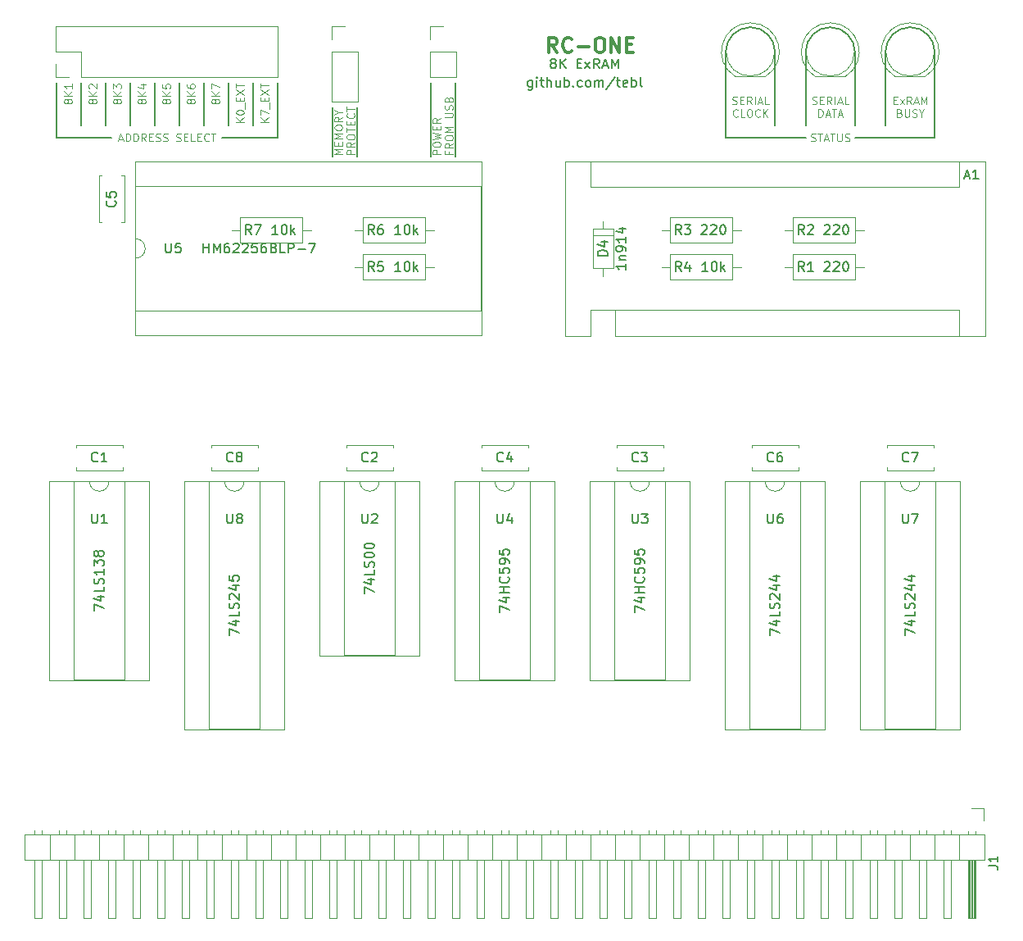
<source format=gto>
G04 #@! TF.FileFunction,Legend,Top*
%FSLAX46Y46*%
G04 Gerber Fmt 4.6, Leading zero omitted, Abs format (unit mm)*
G04 Created by KiCad (PCBNEW 4.0.7) date 12/28/19 00:57:34*
%MOMM*%
%LPD*%
G01*
G04 APERTURE LIST*
%ADD10C,0.100000*%
%ADD11C,0.150000*%
%ADD12C,0.300000*%
%ADD13C,0.200000*%
%ADD14C,0.120000*%
G04 APERTURE END LIST*
D10*
D11*
X147630238Y-70905714D02*
X147630238Y-71715238D01*
X147582619Y-71810476D01*
X147535000Y-71858095D01*
X147439761Y-71905714D01*
X147296904Y-71905714D01*
X147201666Y-71858095D01*
X147630238Y-71524762D02*
X147535000Y-71572381D01*
X147344523Y-71572381D01*
X147249285Y-71524762D01*
X147201666Y-71477143D01*
X147154047Y-71381905D01*
X147154047Y-71096190D01*
X147201666Y-71000952D01*
X147249285Y-70953333D01*
X147344523Y-70905714D01*
X147535000Y-70905714D01*
X147630238Y-70953333D01*
X148106428Y-71572381D02*
X148106428Y-70905714D01*
X148106428Y-70572381D02*
X148058809Y-70620000D01*
X148106428Y-70667619D01*
X148154047Y-70620000D01*
X148106428Y-70572381D01*
X148106428Y-70667619D01*
X148439761Y-70905714D02*
X148820713Y-70905714D01*
X148582618Y-70572381D02*
X148582618Y-71429524D01*
X148630237Y-71524762D01*
X148725475Y-71572381D01*
X148820713Y-71572381D01*
X149154047Y-71572381D02*
X149154047Y-70572381D01*
X149582619Y-71572381D02*
X149582619Y-71048571D01*
X149535000Y-70953333D01*
X149439762Y-70905714D01*
X149296904Y-70905714D01*
X149201666Y-70953333D01*
X149154047Y-71000952D01*
X150487381Y-70905714D02*
X150487381Y-71572381D01*
X150058809Y-70905714D02*
X150058809Y-71429524D01*
X150106428Y-71524762D01*
X150201666Y-71572381D01*
X150344524Y-71572381D01*
X150439762Y-71524762D01*
X150487381Y-71477143D01*
X150963571Y-71572381D02*
X150963571Y-70572381D01*
X150963571Y-70953333D02*
X151058809Y-70905714D01*
X151249286Y-70905714D01*
X151344524Y-70953333D01*
X151392143Y-71000952D01*
X151439762Y-71096190D01*
X151439762Y-71381905D01*
X151392143Y-71477143D01*
X151344524Y-71524762D01*
X151249286Y-71572381D01*
X151058809Y-71572381D01*
X150963571Y-71524762D01*
X151868333Y-71477143D02*
X151915952Y-71524762D01*
X151868333Y-71572381D01*
X151820714Y-71524762D01*
X151868333Y-71477143D01*
X151868333Y-71572381D01*
X152773095Y-71524762D02*
X152677857Y-71572381D01*
X152487380Y-71572381D01*
X152392142Y-71524762D01*
X152344523Y-71477143D01*
X152296904Y-71381905D01*
X152296904Y-71096190D01*
X152344523Y-71000952D01*
X152392142Y-70953333D01*
X152487380Y-70905714D01*
X152677857Y-70905714D01*
X152773095Y-70953333D01*
X153344523Y-71572381D02*
X153249285Y-71524762D01*
X153201666Y-71477143D01*
X153154047Y-71381905D01*
X153154047Y-71096190D01*
X153201666Y-71000952D01*
X153249285Y-70953333D01*
X153344523Y-70905714D01*
X153487381Y-70905714D01*
X153582619Y-70953333D01*
X153630238Y-71000952D01*
X153677857Y-71096190D01*
X153677857Y-71381905D01*
X153630238Y-71477143D01*
X153582619Y-71524762D01*
X153487381Y-71572381D01*
X153344523Y-71572381D01*
X154106428Y-71572381D02*
X154106428Y-70905714D01*
X154106428Y-71000952D02*
X154154047Y-70953333D01*
X154249285Y-70905714D01*
X154392143Y-70905714D01*
X154487381Y-70953333D01*
X154535000Y-71048571D01*
X154535000Y-71572381D01*
X154535000Y-71048571D02*
X154582619Y-70953333D01*
X154677857Y-70905714D01*
X154820714Y-70905714D01*
X154915952Y-70953333D01*
X154963571Y-71048571D01*
X154963571Y-71572381D01*
X156154047Y-70524762D02*
X155296904Y-71810476D01*
X156344523Y-70905714D02*
X156725475Y-70905714D01*
X156487380Y-70572381D02*
X156487380Y-71429524D01*
X156534999Y-71524762D01*
X156630237Y-71572381D01*
X156725475Y-71572381D01*
X157439762Y-71524762D02*
X157344524Y-71572381D01*
X157154047Y-71572381D01*
X157058809Y-71524762D01*
X157011190Y-71429524D01*
X157011190Y-71048571D01*
X157058809Y-70953333D01*
X157154047Y-70905714D01*
X157344524Y-70905714D01*
X157439762Y-70953333D01*
X157487381Y-71048571D01*
X157487381Y-71143810D01*
X157011190Y-71239048D01*
X157915952Y-71572381D02*
X157915952Y-70572381D01*
X157915952Y-70953333D02*
X158011190Y-70905714D01*
X158201667Y-70905714D01*
X158296905Y-70953333D01*
X158344524Y-71000952D01*
X158392143Y-71096190D01*
X158392143Y-71381905D01*
X158344524Y-71477143D01*
X158296905Y-71524762D01*
X158201667Y-71572381D01*
X158011190Y-71572381D01*
X157915952Y-71524762D01*
X158963571Y-71572381D02*
X158868333Y-71524762D01*
X158820714Y-71429524D01*
X158820714Y-70572381D01*
X149701666Y-69095952D02*
X149606428Y-69048333D01*
X149558809Y-69000714D01*
X149511190Y-68905476D01*
X149511190Y-68857857D01*
X149558809Y-68762619D01*
X149606428Y-68715000D01*
X149701666Y-68667381D01*
X149892143Y-68667381D01*
X149987381Y-68715000D01*
X150035000Y-68762619D01*
X150082619Y-68857857D01*
X150082619Y-68905476D01*
X150035000Y-69000714D01*
X149987381Y-69048333D01*
X149892143Y-69095952D01*
X149701666Y-69095952D01*
X149606428Y-69143571D01*
X149558809Y-69191190D01*
X149511190Y-69286429D01*
X149511190Y-69476905D01*
X149558809Y-69572143D01*
X149606428Y-69619762D01*
X149701666Y-69667381D01*
X149892143Y-69667381D01*
X149987381Y-69619762D01*
X150035000Y-69572143D01*
X150082619Y-69476905D01*
X150082619Y-69286429D01*
X150035000Y-69191190D01*
X149987381Y-69143571D01*
X149892143Y-69095952D01*
X150511190Y-69667381D02*
X150511190Y-68667381D01*
X151082619Y-69667381D02*
X150654047Y-69095952D01*
X151082619Y-68667381D02*
X150511190Y-69238810D01*
X152273095Y-69143571D02*
X152606429Y-69143571D01*
X152749286Y-69667381D02*
X152273095Y-69667381D01*
X152273095Y-68667381D01*
X152749286Y-68667381D01*
X153082619Y-69667381D02*
X153606429Y-69000714D01*
X153082619Y-69000714D02*
X153606429Y-69667381D01*
X154558810Y-69667381D02*
X154225476Y-69191190D01*
X153987381Y-69667381D02*
X153987381Y-68667381D01*
X154368334Y-68667381D01*
X154463572Y-68715000D01*
X154511191Y-68762619D01*
X154558810Y-68857857D01*
X154558810Y-69000714D01*
X154511191Y-69095952D01*
X154463572Y-69143571D01*
X154368334Y-69191190D01*
X153987381Y-69191190D01*
X154939762Y-69381667D02*
X155415953Y-69381667D01*
X154844524Y-69667381D02*
X155177857Y-68667381D01*
X155511191Y-69667381D01*
X155844524Y-69667381D02*
X155844524Y-68667381D01*
X156177858Y-69381667D01*
X156511191Y-68667381D01*
X156511191Y-69667381D01*
D12*
X150205714Y-67988571D02*
X149705714Y-67274286D01*
X149348571Y-67988571D02*
X149348571Y-66488571D01*
X149919999Y-66488571D01*
X150062857Y-66560000D01*
X150134285Y-66631429D01*
X150205714Y-66774286D01*
X150205714Y-66988571D01*
X150134285Y-67131429D01*
X150062857Y-67202857D01*
X149919999Y-67274286D01*
X149348571Y-67274286D01*
X151705714Y-67845714D02*
X151634285Y-67917143D01*
X151419999Y-67988571D01*
X151277142Y-67988571D01*
X151062857Y-67917143D01*
X150919999Y-67774286D01*
X150848571Y-67631429D01*
X150777142Y-67345714D01*
X150777142Y-67131429D01*
X150848571Y-66845714D01*
X150919999Y-66702857D01*
X151062857Y-66560000D01*
X151277142Y-66488571D01*
X151419999Y-66488571D01*
X151634285Y-66560000D01*
X151705714Y-66631429D01*
X152348571Y-67417143D02*
X153491428Y-67417143D01*
X154491428Y-66488571D02*
X154777142Y-66488571D01*
X154920000Y-66560000D01*
X155062857Y-66702857D01*
X155134285Y-66988571D01*
X155134285Y-67488571D01*
X155062857Y-67774286D01*
X154920000Y-67917143D01*
X154777142Y-67988571D01*
X154491428Y-67988571D01*
X154348571Y-67917143D01*
X154205714Y-67774286D01*
X154134285Y-67488571D01*
X154134285Y-66988571D01*
X154205714Y-66702857D01*
X154348571Y-66560000D01*
X154491428Y-66488571D01*
X155777143Y-67988571D02*
X155777143Y-66488571D01*
X156634286Y-67988571D01*
X156634286Y-66488571D01*
X157348572Y-67202857D02*
X157848572Y-67202857D01*
X158062858Y-67988571D02*
X157348572Y-67988571D01*
X157348572Y-66488571D01*
X158062858Y-66488571D01*
D13*
X186690000Y-65405000D02*
G75*
G03X184150000Y-67945000I0J-2540000D01*
G01*
X189230000Y-67945000D02*
G75*
G03X186690000Y-65405000I-2540000J0D01*
G01*
X180975000Y-67945000D02*
G75*
G03X178435000Y-65405000I-2540000J0D01*
G01*
X178435000Y-65405000D02*
G75*
G03X175895000Y-67945000I0J-2540000D01*
G01*
X170180000Y-65405000D02*
G75*
G03X167640000Y-67945000I0J-2540000D01*
G01*
X172720000Y-67945000D02*
G75*
G03X170180000Y-65405000I-2540000J0D01*
G01*
X118745000Y-75565000D02*
X118745000Y-71120000D01*
X100965000Y-75565000D02*
X100965000Y-71120000D01*
X172720000Y-67945000D02*
X172720000Y-75565000D01*
X189230000Y-76835000D02*
X189230000Y-75565000D01*
X180975000Y-76835000D02*
X189230000Y-76835000D01*
X167640000Y-76835000D02*
X175895000Y-76835000D01*
X167640000Y-75565000D02*
X167640000Y-76835000D01*
D10*
X176454048Y-77158810D02*
X176568334Y-77196905D01*
X176758810Y-77196905D01*
X176835000Y-77158810D01*
X176873096Y-77120714D01*
X176911191Y-77044524D01*
X176911191Y-76968333D01*
X176873096Y-76892143D01*
X176835000Y-76854048D01*
X176758810Y-76815952D01*
X176606429Y-76777857D01*
X176530238Y-76739762D01*
X176492143Y-76701667D01*
X176454048Y-76625476D01*
X176454048Y-76549286D01*
X176492143Y-76473095D01*
X176530238Y-76435000D01*
X176606429Y-76396905D01*
X176796905Y-76396905D01*
X176911191Y-76435000D01*
X177139762Y-76396905D02*
X177596905Y-76396905D01*
X177368334Y-77196905D02*
X177368334Y-76396905D01*
X177825477Y-76968333D02*
X178206429Y-76968333D01*
X177749286Y-77196905D02*
X178015953Y-76396905D01*
X178282620Y-77196905D01*
X178435000Y-76396905D02*
X178892143Y-76396905D01*
X178663572Y-77196905D02*
X178663572Y-76396905D01*
X179158810Y-76396905D02*
X179158810Y-77044524D01*
X179196905Y-77120714D01*
X179235001Y-77158810D01*
X179311191Y-77196905D01*
X179463572Y-77196905D01*
X179539763Y-77158810D01*
X179577858Y-77120714D01*
X179615953Y-77044524D01*
X179615953Y-76396905D01*
X179958810Y-77158810D02*
X180073096Y-77196905D01*
X180263572Y-77196905D01*
X180339762Y-77158810D01*
X180377858Y-77120714D01*
X180415953Y-77044524D01*
X180415953Y-76968333D01*
X180377858Y-76892143D01*
X180339762Y-76854048D01*
X180263572Y-76815952D01*
X180111191Y-76777857D01*
X180035000Y-76739762D01*
X179996905Y-76701667D01*
X179958810Y-76625476D01*
X179958810Y-76549286D01*
X179996905Y-76473095D01*
X180035000Y-76435000D01*
X180111191Y-76396905D01*
X180301667Y-76396905D01*
X180415953Y-76435000D01*
D13*
X189230000Y-67945000D02*
X189230000Y-75565000D01*
X184150000Y-67945000D02*
X184150000Y-75565000D01*
X180975000Y-75565000D02*
X180975000Y-67945000D01*
X175895000Y-67945000D02*
X175895000Y-75565000D01*
X167640000Y-75565000D02*
X167640000Y-67945000D01*
D10*
X184994762Y-72952857D02*
X185261429Y-72952857D01*
X185375715Y-73371905D02*
X184994762Y-73371905D01*
X184994762Y-72571905D01*
X185375715Y-72571905D01*
X185642382Y-73371905D02*
X186061429Y-72838571D01*
X185642382Y-72838571D02*
X186061429Y-73371905D01*
X186823334Y-73371905D02*
X186556667Y-72990952D01*
X186366191Y-73371905D02*
X186366191Y-72571905D01*
X186670953Y-72571905D01*
X186747144Y-72610000D01*
X186785239Y-72648095D01*
X186823334Y-72724286D01*
X186823334Y-72838571D01*
X186785239Y-72914762D01*
X186747144Y-72952857D01*
X186670953Y-72990952D01*
X186366191Y-72990952D01*
X187128096Y-73143333D02*
X187509048Y-73143333D01*
X187051905Y-73371905D02*
X187318572Y-72571905D01*
X187585239Y-73371905D01*
X187851905Y-73371905D02*
X187851905Y-72571905D01*
X188118572Y-73143333D01*
X188385239Y-72571905D01*
X188385239Y-73371905D01*
X185604286Y-74252857D02*
X185718572Y-74290952D01*
X185756667Y-74329048D01*
X185794762Y-74405238D01*
X185794762Y-74519524D01*
X185756667Y-74595714D01*
X185718572Y-74633810D01*
X185642381Y-74671905D01*
X185337619Y-74671905D01*
X185337619Y-73871905D01*
X185604286Y-73871905D01*
X185680476Y-73910000D01*
X185718572Y-73948095D01*
X185756667Y-74024286D01*
X185756667Y-74100476D01*
X185718572Y-74176667D01*
X185680476Y-74214762D01*
X185604286Y-74252857D01*
X185337619Y-74252857D01*
X186137619Y-73871905D02*
X186137619Y-74519524D01*
X186175714Y-74595714D01*
X186213810Y-74633810D01*
X186290000Y-74671905D01*
X186442381Y-74671905D01*
X186518572Y-74633810D01*
X186556667Y-74595714D01*
X186594762Y-74519524D01*
X186594762Y-73871905D01*
X186937619Y-74633810D02*
X187051905Y-74671905D01*
X187242381Y-74671905D01*
X187318571Y-74633810D01*
X187356667Y-74595714D01*
X187394762Y-74519524D01*
X187394762Y-74443333D01*
X187356667Y-74367143D01*
X187318571Y-74329048D01*
X187242381Y-74290952D01*
X187090000Y-74252857D01*
X187013809Y-74214762D01*
X186975714Y-74176667D01*
X186937619Y-74100476D01*
X186937619Y-74024286D01*
X186975714Y-73948095D01*
X187013809Y-73910000D01*
X187090000Y-73871905D01*
X187280476Y-73871905D01*
X187394762Y-73910000D01*
X187890000Y-74290952D02*
X187890000Y-74671905D01*
X187623333Y-73871905D02*
X187890000Y-74290952D01*
X188156667Y-73871905D01*
X176587381Y-73333810D02*
X176701667Y-73371905D01*
X176892143Y-73371905D01*
X176968333Y-73333810D01*
X177006429Y-73295714D01*
X177044524Y-73219524D01*
X177044524Y-73143333D01*
X177006429Y-73067143D01*
X176968333Y-73029048D01*
X176892143Y-72990952D01*
X176739762Y-72952857D01*
X176663571Y-72914762D01*
X176625476Y-72876667D01*
X176587381Y-72800476D01*
X176587381Y-72724286D01*
X176625476Y-72648095D01*
X176663571Y-72610000D01*
X176739762Y-72571905D01*
X176930238Y-72571905D01*
X177044524Y-72610000D01*
X177387381Y-72952857D02*
X177654048Y-72952857D01*
X177768334Y-73371905D02*
X177387381Y-73371905D01*
X177387381Y-72571905D01*
X177768334Y-72571905D01*
X178568334Y-73371905D02*
X178301667Y-72990952D01*
X178111191Y-73371905D02*
X178111191Y-72571905D01*
X178415953Y-72571905D01*
X178492144Y-72610000D01*
X178530239Y-72648095D01*
X178568334Y-72724286D01*
X178568334Y-72838571D01*
X178530239Y-72914762D01*
X178492144Y-72952857D01*
X178415953Y-72990952D01*
X178111191Y-72990952D01*
X178911191Y-73371905D02*
X178911191Y-72571905D01*
X179254048Y-73143333D02*
X179635000Y-73143333D01*
X179177857Y-73371905D02*
X179444524Y-72571905D01*
X179711191Y-73371905D01*
X180358810Y-73371905D02*
X179977857Y-73371905D01*
X179977857Y-72571905D01*
X177235000Y-74671905D02*
X177235000Y-73871905D01*
X177425476Y-73871905D01*
X177539762Y-73910000D01*
X177615953Y-73986190D01*
X177654048Y-74062381D01*
X177692143Y-74214762D01*
X177692143Y-74329048D01*
X177654048Y-74481429D01*
X177615953Y-74557619D01*
X177539762Y-74633810D01*
X177425476Y-74671905D01*
X177235000Y-74671905D01*
X177996905Y-74443333D02*
X178377857Y-74443333D01*
X177920714Y-74671905D02*
X178187381Y-73871905D01*
X178454048Y-74671905D01*
X178606428Y-73871905D02*
X179063571Y-73871905D01*
X178835000Y-74671905D02*
X178835000Y-73871905D01*
X179292143Y-74443333D02*
X179673095Y-74443333D01*
X179215952Y-74671905D02*
X179482619Y-73871905D01*
X179749286Y-74671905D01*
X168332381Y-73333810D02*
X168446667Y-73371905D01*
X168637143Y-73371905D01*
X168713333Y-73333810D01*
X168751429Y-73295714D01*
X168789524Y-73219524D01*
X168789524Y-73143333D01*
X168751429Y-73067143D01*
X168713333Y-73029048D01*
X168637143Y-72990952D01*
X168484762Y-72952857D01*
X168408571Y-72914762D01*
X168370476Y-72876667D01*
X168332381Y-72800476D01*
X168332381Y-72724286D01*
X168370476Y-72648095D01*
X168408571Y-72610000D01*
X168484762Y-72571905D01*
X168675238Y-72571905D01*
X168789524Y-72610000D01*
X169132381Y-72952857D02*
X169399048Y-72952857D01*
X169513334Y-73371905D02*
X169132381Y-73371905D01*
X169132381Y-72571905D01*
X169513334Y-72571905D01*
X170313334Y-73371905D02*
X170046667Y-72990952D01*
X169856191Y-73371905D02*
X169856191Y-72571905D01*
X170160953Y-72571905D01*
X170237144Y-72610000D01*
X170275239Y-72648095D01*
X170313334Y-72724286D01*
X170313334Y-72838571D01*
X170275239Y-72914762D01*
X170237144Y-72952857D01*
X170160953Y-72990952D01*
X169856191Y-72990952D01*
X170656191Y-73371905D02*
X170656191Y-72571905D01*
X170999048Y-73143333D02*
X171380000Y-73143333D01*
X170922857Y-73371905D02*
X171189524Y-72571905D01*
X171456191Y-73371905D01*
X172103810Y-73371905D02*
X171722857Y-73371905D01*
X171722857Y-72571905D01*
X168884762Y-74595714D02*
X168846667Y-74633810D01*
X168732381Y-74671905D01*
X168656191Y-74671905D01*
X168541905Y-74633810D01*
X168465714Y-74557619D01*
X168427619Y-74481429D01*
X168389524Y-74329048D01*
X168389524Y-74214762D01*
X168427619Y-74062381D01*
X168465714Y-73986190D01*
X168541905Y-73910000D01*
X168656191Y-73871905D01*
X168732381Y-73871905D01*
X168846667Y-73910000D01*
X168884762Y-73948095D01*
X169608572Y-74671905D02*
X169227619Y-74671905D01*
X169227619Y-73871905D01*
X170027619Y-73871905D02*
X170180000Y-73871905D01*
X170256191Y-73910000D01*
X170332381Y-73986190D01*
X170370476Y-74138571D01*
X170370476Y-74405238D01*
X170332381Y-74557619D01*
X170256191Y-74633810D01*
X170180000Y-74671905D01*
X170027619Y-74671905D01*
X169951429Y-74633810D01*
X169875238Y-74557619D01*
X169837143Y-74405238D01*
X169837143Y-74138571D01*
X169875238Y-73986190D01*
X169951429Y-73910000D01*
X170027619Y-73871905D01*
X171170476Y-74595714D02*
X171132381Y-74633810D01*
X171018095Y-74671905D01*
X170941905Y-74671905D01*
X170827619Y-74633810D01*
X170751428Y-74557619D01*
X170713333Y-74481429D01*
X170675238Y-74329048D01*
X170675238Y-74214762D01*
X170713333Y-74062381D01*
X170751428Y-73986190D01*
X170827619Y-73910000D01*
X170941905Y-73871905D01*
X171018095Y-73871905D01*
X171132381Y-73910000D01*
X171170476Y-73948095D01*
X171513333Y-74671905D02*
X171513333Y-73871905D01*
X171970476Y-74671905D02*
X171627619Y-74214762D01*
X171970476Y-73871905D02*
X171513333Y-74329048D01*
X139007857Y-78282857D02*
X139007857Y-78549524D01*
X139426905Y-78549524D02*
X138626905Y-78549524D01*
X138626905Y-78168571D01*
X139426905Y-77406667D02*
X139045952Y-77673334D01*
X139426905Y-77863810D02*
X138626905Y-77863810D01*
X138626905Y-77559048D01*
X138665000Y-77482857D01*
X138703095Y-77444762D01*
X138779286Y-77406667D01*
X138893571Y-77406667D01*
X138969762Y-77444762D01*
X139007857Y-77482857D01*
X139045952Y-77559048D01*
X139045952Y-77863810D01*
X138626905Y-76911429D02*
X138626905Y-76759048D01*
X138665000Y-76682857D01*
X138741190Y-76606667D01*
X138893571Y-76568572D01*
X139160238Y-76568572D01*
X139312619Y-76606667D01*
X139388810Y-76682857D01*
X139426905Y-76759048D01*
X139426905Y-76911429D01*
X139388810Y-76987619D01*
X139312619Y-77063810D01*
X139160238Y-77101905D01*
X138893571Y-77101905D01*
X138741190Y-77063810D01*
X138665000Y-76987619D01*
X138626905Y-76911429D01*
X139426905Y-76225715D02*
X138626905Y-76225715D01*
X139198333Y-75959048D01*
X138626905Y-75692381D01*
X139426905Y-75692381D01*
X138626905Y-74701905D02*
X139274524Y-74701905D01*
X139350714Y-74663810D01*
X139388810Y-74625714D01*
X139426905Y-74549524D01*
X139426905Y-74397143D01*
X139388810Y-74320952D01*
X139350714Y-74282857D01*
X139274524Y-74244762D01*
X138626905Y-74244762D01*
X139388810Y-73901905D02*
X139426905Y-73787619D01*
X139426905Y-73597143D01*
X139388810Y-73520953D01*
X139350714Y-73482857D01*
X139274524Y-73444762D01*
X139198333Y-73444762D01*
X139122143Y-73482857D01*
X139084048Y-73520953D01*
X139045952Y-73597143D01*
X139007857Y-73749524D01*
X138969762Y-73825715D01*
X138931667Y-73863810D01*
X138855476Y-73901905D01*
X138779286Y-73901905D01*
X138703095Y-73863810D01*
X138665000Y-73825715D01*
X138626905Y-73749524D01*
X138626905Y-73559048D01*
X138665000Y-73444762D01*
X139007857Y-72835238D02*
X139045952Y-72720952D01*
X139084048Y-72682857D01*
X139160238Y-72644762D01*
X139274524Y-72644762D01*
X139350714Y-72682857D01*
X139388810Y-72720952D01*
X139426905Y-72797143D01*
X139426905Y-73101905D01*
X138626905Y-73101905D01*
X138626905Y-72835238D01*
X138665000Y-72759048D01*
X138703095Y-72720952D01*
X138779286Y-72682857D01*
X138855476Y-72682857D01*
X138931667Y-72720952D01*
X138969762Y-72759048D01*
X139007857Y-72835238D01*
X139007857Y-73101905D01*
X138156905Y-78549524D02*
X137356905Y-78549524D01*
X137356905Y-78244762D01*
X137395000Y-78168571D01*
X137433095Y-78130476D01*
X137509286Y-78092381D01*
X137623571Y-78092381D01*
X137699762Y-78130476D01*
X137737857Y-78168571D01*
X137775952Y-78244762D01*
X137775952Y-78549524D01*
X137356905Y-77597143D02*
X137356905Y-77444762D01*
X137395000Y-77368571D01*
X137471190Y-77292381D01*
X137623571Y-77254286D01*
X137890238Y-77254286D01*
X138042619Y-77292381D01*
X138118810Y-77368571D01*
X138156905Y-77444762D01*
X138156905Y-77597143D01*
X138118810Y-77673333D01*
X138042619Y-77749524D01*
X137890238Y-77787619D01*
X137623571Y-77787619D01*
X137471190Y-77749524D01*
X137395000Y-77673333D01*
X137356905Y-77597143D01*
X137356905Y-76987619D02*
X138156905Y-76797143D01*
X137585476Y-76644762D01*
X138156905Y-76492381D01*
X137356905Y-76301905D01*
X137737857Y-75997143D02*
X137737857Y-75730476D01*
X138156905Y-75616190D02*
X138156905Y-75997143D01*
X137356905Y-75997143D01*
X137356905Y-75616190D01*
X138156905Y-74816190D02*
X137775952Y-75082857D01*
X138156905Y-75273333D02*
X137356905Y-75273333D01*
X137356905Y-74968571D01*
X137395000Y-74892380D01*
X137433095Y-74854285D01*
X137509286Y-74816190D01*
X137623571Y-74816190D01*
X137699762Y-74854285D01*
X137737857Y-74892380D01*
X137775952Y-74968571D01*
X137775952Y-75273333D01*
D13*
X139700000Y-78740000D02*
X139700000Y-71120000D01*
X137160000Y-71120000D02*
X137160000Y-78740000D01*
X121285000Y-76835000D02*
X115570000Y-76835000D01*
X98425000Y-76835000D02*
X104140000Y-76835000D01*
X129540000Y-78740000D02*
X129540000Y-73660000D01*
X127000000Y-73660000D02*
X127000000Y-78740000D01*
D10*
X129266905Y-78549524D02*
X128466905Y-78549524D01*
X128466905Y-78244762D01*
X128505000Y-78168571D01*
X128543095Y-78130476D01*
X128619286Y-78092381D01*
X128733571Y-78092381D01*
X128809762Y-78130476D01*
X128847857Y-78168571D01*
X128885952Y-78244762D01*
X128885952Y-78549524D01*
X129266905Y-77292381D02*
X128885952Y-77559048D01*
X129266905Y-77749524D02*
X128466905Y-77749524D01*
X128466905Y-77444762D01*
X128505000Y-77368571D01*
X128543095Y-77330476D01*
X128619286Y-77292381D01*
X128733571Y-77292381D01*
X128809762Y-77330476D01*
X128847857Y-77368571D01*
X128885952Y-77444762D01*
X128885952Y-77749524D01*
X128466905Y-76797143D02*
X128466905Y-76644762D01*
X128505000Y-76568571D01*
X128581190Y-76492381D01*
X128733571Y-76454286D01*
X129000238Y-76454286D01*
X129152619Y-76492381D01*
X129228810Y-76568571D01*
X129266905Y-76644762D01*
X129266905Y-76797143D01*
X129228810Y-76873333D01*
X129152619Y-76949524D01*
X129000238Y-76987619D01*
X128733571Y-76987619D01*
X128581190Y-76949524D01*
X128505000Y-76873333D01*
X128466905Y-76797143D01*
X128466905Y-76225715D02*
X128466905Y-75768572D01*
X129266905Y-75997143D02*
X128466905Y-75997143D01*
X128847857Y-75501905D02*
X128847857Y-75235238D01*
X129266905Y-75120952D02*
X129266905Y-75501905D01*
X128466905Y-75501905D01*
X128466905Y-75120952D01*
X129190714Y-74320952D02*
X129228810Y-74359047D01*
X129266905Y-74473333D01*
X129266905Y-74549523D01*
X129228810Y-74663809D01*
X129152619Y-74740000D01*
X129076429Y-74778095D01*
X128924048Y-74816190D01*
X128809762Y-74816190D01*
X128657381Y-74778095D01*
X128581190Y-74740000D01*
X128505000Y-74663809D01*
X128466905Y-74549523D01*
X128466905Y-74473333D01*
X128505000Y-74359047D01*
X128543095Y-74320952D01*
X128466905Y-74092381D02*
X128466905Y-73635238D01*
X129266905Y-73863809D02*
X128466905Y-73863809D01*
X127996905Y-78549524D02*
X127196905Y-78549524D01*
X127768333Y-78282857D01*
X127196905Y-78016190D01*
X127996905Y-78016190D01*
X127577857Y-77635238D02*
X127577857Y-77368571D01*
X127996905Y-77254285D02*
X127996905Y-77635238D01*
X127196905Y-77635238D01*
X127196905Y-77254285D01*
X127996905Y-76911428D02*
X127196905Y-76911428D01*
X127768333Y-76644761D01*
X127196905Y-76378094D01*
X127996905Y-76378094D01*
X127196905Y-75844761D02*
X127196905Y-75692380D01*
X127235000Y-75616189D01*
X127311190Y-75539999D01*
X127463571Y-75501904D01*
X127730238Y-75501904D01*
X127882619Y-75539999D01*
X127958810Y-75616189D01*
X127996905Y-75692380D01*
X127996905Y-75844761D01*
X127958810Y-75920951D01*
X127882619Y-75997142D01*
X127730238Y-76035237D01*
X127463571Y-76035237D01*
X127311190Y-75997142D01*
X127235000Y-75920951D01*
X127196905Y-75844761D01*
X127996905Y-74701904D02*
X127615952Y-74968571D01*
X127996905Y-75159047D02*
X127196905Y-75159047D01*
X127196905Y-74854285D01*
X127235000Y-74778094D01*
X127273095Y-74739999D01*
X127349286Y-74701904D01*
X127463571Y-74701904D01*
X127539762Y-74739999D01*
X127577857Y-74778094D01*
X127615952Y-74854285D01*
X127615952Y-75159047D01*
X127615952Y-74206666D02*
X127996905Y-74206666D01*
X127196905Y-74473333D02*
X127615952Y-74206666D01*
X127196905Y-73939999D01*
D13*
X106045000Y-75565000D02*
X106045000Y-71120000D01*
X108585000Y-71120000D02*
X108585000Y-75565000D01*
X111125000Y-75565000D02*
X111125000Y-71120000D01*
X113665000Y-71120000D02*
X113665000Y-75565000D01*
X116205000Y-75565000D02*
X116205000Y-71120000D01*
X121285000Y-71120000D02*
X121285000Y-76835000D01*
X103505000Y-71120000D02*
X103505000Y-75565000D01*
X98425000Y-71120000D02*
X98425000Y-76835000D01*
D10*
X104902618Y-76968333D02*
X105283570Y-76968333D01*
X104826427Y-77196905D02*
X105093094Y-76396905D01*
X105359761Y-77196905D01*
X105626427Y-77196905D02*
X105626427Y-76396905D01*
X105816903Y-76396905D01*
X105931189Y-76435000D01*
X106007380Y-76511190D01*
X106045475Y-76587381D01*
X106083570Y-76739762D01*
X106083570Y-76854048D01*
X106045475Y-77006429D01*
X106007380Y-77082619D01*
X105931189Y-77158810D01*
X105816903Y-77196905D01*
X105626427Y-77196905D01*
X106426427Y-77196905D02*
X106426427Y-76396905D01*
X106616903Y-76396905D01*
X106731189Y-76435000D01*
X106807380Y-76511190D01*
X106845475Y-76587381D01*
X106883570Y-76739762D01*
X106883570Y-76854048D01*
X106845475Y-77006429D01*
X106807380Y-77082619D01*
X106731189Y-77158810D01*
X106616903Y-77196905D01*
X106426427Y-77196905D01*
X107683570Y-77196905D02*
X107416903Y-76815952D01*
X107226427Y-77196905D02*
X107226427Y-76396905D01*
X107531189Y-76396905D01*
X107607380Y-76435000D01*
X107645475Y-76473095D01*
X107683570Y-76549286D01*
X107683570Y-76663571D01*
X107645475Y-76739762D01*
X107607380Y-76777857D01*
X107531189Y-76815952D01*
X107226427Y-76815952D01*
X108026427Y-76777857D02*
X108293094Y-76777857D01*
X108407380Y-77196905D02*
X108026427Y-77196905D01*
X108026427Y-76396905D01*
X108407380Y-76396905D01*
X108712142Y-77158810D02*
X108826428Y-77196905D01*
X109016904Y-77196905D01*
X109093094Y-77158810D01*
X109131190Y-77120714D01*
X109169285Y-77044524D01*
X109169285Y-76968333D01*
X109131190Y-76892143D01*
X109093094Y-76854048D01*
X109016904Y-76815952D01*
X108864523Y-76777857D01*
X108788332Y-76739762D01*
X108750237Y-76701667D01*
X108712142Y-76625476D01*
X108712142Y-76549286D01*
X108750237Y-76473095D01*
X108788332Y-76435000D01*
X108864523Y-76396905D01*
X109054999Y-76396905D01*
X109169285Y-76435000D01*
X109474047Y-77158810D02*
X109588333Y-77196905D01*
X109778809Y-77196905D01*
X109854999Y-77158810D01*
X109893095Y-77120714D01*
X109931190Y-77044524D01*
X109931190Y-76968333D01*
X109893095Y-76892143D01*
X109854999Y-76854048D01*
X109778809Y-76815952D01*
X109626428Y-76777857D01*
X109550237Y-76739762D01*
X109512142Y-76701667D01*
X109474047Y-76625476D01*
X109474047Y-76549286D01*
X109512142Y-76473095D01*
X109550237Y-76435000D01*
X109626428Y-76396905D01*
X109816904Y-76396905D01*
X109931190Y-76435000D01*
X110845476Y-77158810D02*
X110959762Y-77196905D01*
X111150238Y-77196905D01*
X111226428Y-77158810D01*
X111264524Y-77120714D01*
X111302619Y-77044524D01*
X111302619Y-76968333D01*
X111264524Y-76892143D01*
X111226428Y-76854048D01*
X111150238Y-76815952D01*
X110997857Y-76777857D01*
X110921666Y-76739762D01*
X110883571Y-76701667D01*
X110845476Y-76625476D01*
X110845476Y-76549286D01*
X110883571Y-76473095D01*
X110921666Y-76435000D01*
X110997857Y-76396905D01*
X111188333Y-76396905D01*
X111302619Y-76435000D01*
X111645476Y-76777857D02*
X111912143Y-76777857D01*
X112026429Y-77196905D02*
X111645476Y-77196905D01*
X111645476Y-76396905D01*
X112026429Y-76396905D01*
X112750239Y-77196905D02*
X112369286Y-77196905D01*
X112369286Y-76396905D01*
X113016905Y-76777857D02*
X113283572Y-76777857D01*
X113397858Y-77196905D02*
X113016905Y-77196905D01*
X113016905Y-76396905D01*
X113397858Y-76396905D01*
X114197858Y-77120714D02*
X114159763Y-77158810D01*
X114045477Y-77196905D01*
X113969287Y-77196905D01*
X113855001Y-77158810D01*
X113778810Y-77082619D01*
X113740715Y-77006429D01*
X113702620Y-76854048D01*
X113702620Y-76739762D01*
X113740715Y-76587381D01*
X113778810Y-76511190D01*
X113855001Y-76435000D01*
X113969287Y-76396905D01*
X114045477Y-76396905D01*
X114159763Y-76435000D01*
X114197858Y-76473095D01*
X114426429Y-76396905D02*
X114883572Y-76396905D01*
X114655001Y-77196905D02*
X114655001Y-76396905D01*
X120376905Y-75196192D02*
X119576905Y-75196192D01*
X120376905Y-74739049D02*
X119919762Y-75081906D01*
X119576905Y-74739049D02*
X120034048Y-75196192D01*
X119576905Y-74472382D02*
X119576905Y-73939049D01*
X120376905Y-74281906D01*
X120453095Y-73824763D02*
X120453095Y-73215239D01*
X119957857Y-73024763D02*
X119957857Y-72758096D01*
X120376905Y-72643810D02*
X120376905Y-73024763D01*
X119576905Y-73024763D01*
X119576905Y-72643810D01*
X119576905Y-72377143D02*
X120376905Y-71843810D01*
X119576905Y-71843810D02*
X120376905Y-72377143D01*
X119576905Y-71653334D02*
X119576905Y-71196191D01*
X120376905Y-71424762D02*
X119576905Y-71424762D01*
X117836905Y-75196192D02*
X117036905Y-75196192D01*
X117836905Y-74739049D02*
X117379762Y-75081906D01*
X117036905Y-74739049D02*
X117494048Y-75196192D01*
X117036905Y-74243811D02*
X117036905Y-74167620D01*
X117075000Y-74091430D01*
X117113095Y-74053335D01*
X117189286Y-74015239D01*
X117341667Y-73977144D01*
X117532143Y-73977144D01*
X117684524Y-74015239D01*
X117760714Y-74053335D01*
X117798810Y-74091430D01*
X117836905Y-74167620D01*
X117836905Y-74243811D01*
X117798810Y-74320001D01*
X117760714Y-74358097D01*
X117684524Y-74396192D01*
X117532143Y-74434287D01*
X117341667Y-74434287D01*
X117189286Y-74396192D01*
X117113095Y-74358097D01*
X117075000Y-74320001D01*
X117036905Y-74243811D01*
X117913095Y-73824763D02*
X117913095Y-73215239D01*
X117417857Y-73024763D02*
X117417857Y-72758096D01*
X117836905Y-72643810D02*
X117836905Y-73024763D01*
X117036905Y-73024763D01*
X117036905Y-72643810D01*
X117036905Y-72377143D02*
X117836905Y-71843810D01*
X117036905Y-71843810D02*
X117836905Y-72377143D01*
X117036905Y-71653334D02*
X117036905Y-71196191D01*
X117836905Y-71424762D02*
X117036905Y-71424762D01*
X114839762Y-73139048D02*
X114801667Y-73215239D01*
X114763571Y-73253334D01*
X114687381Y-73291429D01*
X114649286Y-73291429D01*
X114573095Y-73253334D01*
X114535000Y-73215239D01*
X114496905Y-73139048D01*
X114496905Y-72986667D01*
X114535000Y-72910477D01*
X114573095Y-72872381D01*
X114649286Y-72834286D01*
X114687381Y-72834286D01*
X114763571Y-72872381D01*
X114801667Y-72910477D01*
X114839762Y-72986667D01*
X114839762Y-73139048D01*
X114877857Y-73215239D01*
X114915952Y-73253334D01*
X114992143Y-73291429D01*
X115144524Y-73291429D01*
X115220714Y-73253334D01*
X115258810Y-73215239D01*
X115296905Y-73139048D01*
X115296905Y-72986667D01*
X115258810Y-72910477D01*
X115220714Y-72872381D01*
X115144524Y-72834286D01*
X114992143Y-72834286D01*
X114915952Y-72872381D01*
X114877857Y-72910477D01*
X114839762Y-72986667D01*
X115296905Y-72491429D02*
X114496905Y-72491429D01*
X115296905Y-72034286D02*
X114839762Y-72377143D01*
X114496905Y-72034286D02*
X114954048Y-72491429D01*
X114496905Y-71767619D02*
X114496905Y-71234286D01*
X115296905Y-71577143D01*
X112299762Y-73139048D02*
X112261667Y-73215239D01*
X112223571Y-73253334D01*
X112147381Y-73291429D01*
X112109286Y-73291429D01*
X112033095Y-73253334D01*
X111995000Y-73215239D01*
X111956905Y-73139048D01*
X111956905Y-72986667D01*
X111995000Y-72910477D01*
X112033095Y-72872381D01*
X112109286Y-72834286D01*
X112147381Y-72834286D01*
X112223571Y-72872381D01*
X112261667Y-72910477D01*
X112299762Y-72986667D01*
X112299762Y-73139048D01*
X112337857Y-73215239D01*
X112375952Y-73253334D01*
X112452143Y-73291429D01*
X112604524Y-73291429D01*
X112680714Y-73253334D01*
X112718810Y-73215239D01*
X112756905Y-73139048D01*
X112756905Y-72986667D01*
X112718810Y-72910477D01*
X112680714Y-72872381D01*
X112604524Y-72834286D01*
X112452143Y-72834286D01*
X112375952Y-72872381D01*
X112337857Y-72910477D01*
X112299762Y-72986667D01*
X112756905Y-72491429D02*
X111956905Y-72491429D01*
X112756905Y-72034286D02*
X112299762Y-72377143D01*
X111956905Y-72034286D02*
X112414048Y-72491429D01*
X111956905Y-71348572D02*
X111956905Y-71500953D01*
X111995000Y-71577143D01*
X112033095Y-71615238D01*
X112147381Y-71691429D01*
X112299762Y-71729524D01*
X112604524Y-71729524D01*
X112680714Y-71691429D01*
X112718810Y-71653334D01*
X112756905Y-71577143D01*
X112756905Y-71424762D01*
X112718810Y-71348572D01*
X112680714Y-71310476D01*
X112604524Y-71272381D01*
X112414048Y-71272381D01*
X112337857Y-71310476D01*
X112299762Y-71348572D01*
X112261667Y-71424762D01*
X112261667Y-71577143D01*
X112299762Y-71653334D01*
X112337857Y-71691429D01*
X112414048Y-71729524D01*
X109759762Y-73139048D02*
X109721667Y-73215239D01*
X109683571Y-73253334D01*
X109607381Y-73291429D01*
X109569286Y-73291429D01*
X109493095Y-73253334D01*
X109455000Y-73215239D01*
X109416905Y-73139048D01*
X109416905Y-72986667D01*
X109455000Y-72910477D01*
X109493095Y-72872381D01*
X109569286Y-72834286D01*
X109607381Y-72834286D01*
X109683571Y-72872381D01*
X109721667Y-72910477D01*
X109759762Y-72986667D01*
X109759762Y-73139048D01*
X109797857Y-73215239D01*
X109835952Y-73253334D01*
X109912143Y-73291429D01*
X110064524Y-73291429D01*
X110140714Y-73253334D01*
X110178810Y-73215239D01*
X110216905Y-73139048D01*
X110216905Y-72986667D01*
X110178810Y-72910477D01*
X110140714Y-72872381D01*
X110064524Y-72834286D01*
X109912143Y-72834286D01*
X109835952Y-72872381D01*
X109797857Y-72910477D01*
X109759762Y-72986667D01*
X110216905Y-72491429D02*
X109416905Y-72491429D01*
X110216905Y-72034286D02*
X109759762Y-72377143D01*
X109416905Y-72034286D02*
X109874048Y-72491429D01*
X109416905Y-71310476D02*
X109416905Y-71691429D01*
X109797857Y-71729524D01*
X109759762Y-71691429D01*
X109721667Y-71615238D01*
X109721667Y-71424762D01*
X109759762Y-71348572D01*
X109797857Y-71310476D01*
X109874048Y-71272381D01*
X110064524Y-71272381D01*
X110140714Y-71310476D01*
X110178810Y-71348572D01*
X110216905Y-71424762D01*
X110216905Y-71615238D01*
X110178810Y-71691429D01*
X110140714Y-71729524D01*
X107219762Y-73139048D02*
X107181667Y-73215239D01*
X107143571Y-73253334D01*
X107067381Y-73291429D01*
X107029286Y-73291429D01*
X106953095Y-73253334D01*
X106915000Y-73215239D01*
X106876905Y-73139048D01*
X106876905Y-72986667D01*
X106915000Y-72910477D01*
X106953095Y-72872381D01*
X107029286Y-72834286D01*
X107067381Y-72834286D01*
X107143571Y-72872381D01*
X107181667Y-72910477D01*
X107219762Y-72986667D01*
X107219762Y-73139048D01*
X107257857Y-73215239D01*
X107295952Y-73253334D01*
X107372143Y-73291429D01*
X107524524Y-73291429D01*
X107600714Y-73253334D01*
X107638810Y-73215239D01*
X107676905Y-73139048D01*
X107676905Y-72986667D01*
X107638810Y-72910477D01*
X107600714Y-72872381D01*
X107524524Y-72834286D01*
X107372143Y-72834286D01*
X107295952Y-72872381D01*
X107257857Y-72910477D01*
X107219762Y-72986667D01*
X107676905Y-72491429D02*
X106876905Y-72491429D01*
X107676905Y-72034286D02*
X107219762Y-72377143D01*
X106876905Y-72034286D02*
X107334048Y-72491429D01*
X107143571Y-71348572D02*
X107676905Y-71348572D01*
X106838810Y-71539048D02*
X107410238Y-71729524D01*
X107410238Y-71234286D01*
X104679762Y-73139048D02*
X104641667Y-73215239D01*
X104603571Y-73253334D01*
X104527381Y-73291429D01*
X104489286Y-73291429D01*
X104413095Y-73253334D01*
X104375000Y-73215239D01*
X104336905Y-73139048D01*
X104336905Y-72986667D01*
X104375000Y-72910477D01*
X104413095Y-72872381D01*
X104489286Y-72834286D01*
X104527381Y-72834286D01*
X104603571Y-72872381D01*
X104641667Y-72910477D01*
X104679762Y-72986667D01*
X104679762Y-73139048D01*
X104717857Y-73215239D01*
X104755952Y-73253334D01*
X104832143Y-73291429D01*
X104984524Y-73291429D01*
X105060714Y-73253334D01*
X105098810Y-73215239D01*
X105136905Y-73139048D01*
X105136905Y-72986667D01*
X105098810Y-72910477D01*
X105060714Y-72872381D01*
X104984524Y-72834286D01*
X104832143Y-72834286D01*
X104755952Y-72872381D01*
X104717857Y-72910477D01*
X104679762Y-72986667D01*
X105136905Y-72491429D02*
X104336905Y-72491429D01*
X105136905Y-72034286D02*
X104679762Y-72377143D01*
X104336905Y-72034286D02*
X104794048Y-72491429D01*
X104336905Y-71767619D02*
X104336905Y-71272381D01*
X104641667Y-71539048D01*
X104641667Y-71424762D01*
X104679762Y-71348572D01*
X104717857Y-71310476D01*
X104794048Y-71272381D01*
X104984524Y-71272381D01*
X105060714Y-71310476D01*
X105098810Y-71348572D01*
X105136905Y-71424762D01*
X105136905Y-71653334D01*
X105098810Y-71729524D01*
X105060714Y-71767619D01*
X102139762Y-73139048D02*
X102101667Y-73215239D01*
X102063571Y-73253334D01*
X101987381Y-73291429D01*
X101949286Y-73291429D01*
X101873095Y-73253334D01*
X101835000Y-73215239D01*
X101796905Y-73139048D01*
X101796905Y-72986667D01*
X101835000Y-72910477D01*
X101873095Y-72872381D01*
X101949286Y-72834286D01*
X101987381Y-72834286D01*
X102063571Y-72872381D01*
X102101667Y-72910477D01*
X102139762Y-72986667D01*
X102139762Y-73139048D01*
X102177857Y-73215239D01*
X102215952Y-73253334D01*
X102292143Y-73291429D01*
X102444524Y-73291429D01*
X102520714Y-73253334D01*
X102558810Y-73215239D01*
X102596905Y-73139048D01*
X102596905Y-72986667D01*
X102558810Y-72910477D01*
X102520714Y-72872381D01*
X102444524Y-72834286D01*
X102292143Y-72834286D01*
X102215952Y-72872381D01*
X102177857Y-72910477D01*
X102139762Y-72986667D01*
X102596905Y-72491429D02*
X101796905Y-72491429D01*
X102596905Y-72034286D02*
X102139762Y-72377143D01*
X101796905Y-72034286D02*
X102254048Y-72491429D01*
X101873095Y-71729524D02*
X101835000Y-71691429D01*
X101796905Y-71615238D01*
X101796905Y-71424762D01*
X101835000Y-71348572D01*
X101873095Y-71310476D01*
X101949286Y-71272381D01*
X102025476Y-71272381D01*
X102139762Y-71310476D01*
X102596905Y-71767619D01*
X102596905Y-71272381D01*
X99599762Y-73139048D02*
X99561667Y-73215239D01*
X99523571Y-73253334D01*
X99447381Y-73291429D01*
X99409286Y-73291429D01*
X99333095Y-73253334D01*
X99295000Y-73215239D01*
X99256905Y-73139048D01*
X99256905Y-72986667D01*
X99295000Y-72910477D01*
X99333095Y-72872381D01*
X99409286Y-72834286D01*
X99447381Y-72834286D01*
X99523571Y-72872381D01*
X99561667Y-72910477D01*
X99599762Y-72986667D01*
X99599762Y-73139048D01*
X99637857Y-73215239D01*
X99675952Y-73253334D01*
X99752143Y-73291429D01*
X99904524Y-73291429D01*
X99980714Y-73253334D01*
X100018810Y-73215239D01*
X100056905Y-73139048D01*
X100056905Y-72986667D01*
X100018810Y-72910477D01*
X99980714Y-72872381D01*
X99904524Y-72834286D01*
X99752143Y-72834286D01*
X99675952Y-72872381D01*
X99637857Y-72910477D01*
X99599762Y-72986667D01*
X100056905Y-72491429D02*
X99256905Y-72491429D01*
X100056905Y-72034286D02*
X99599762Y-72377143D01*
X99256905Y-72034286D02*
X99714048Y-72491429D01*
X100056905Y-71272381D02*
X100056905Y-71729524D01*
X100056905Y-71500953D02*
X99256905Y-71500953D01*
X99371190Y-71577143D01*
X99447381Y-71653334D01*
X99485476Y-71729524D01*
D14*
X156210000Y-94615000D02*
X153670000Y-94615000D01*
X153670000Y-94615000D02*
X153670000Y-97285000D01*
X156210000Y-97285000D02*
X194440000Y-97285000D01*
X151000000Y-97285000D02*
X153670000Y-97285000D01*
X153670000Y-81915000D02*
X153670000Y-79245000D01*
X153670000Y-81915000D02*
X191770000Y-81915000D01*
X191770000Y-81915000D02*
X191770000Y-79245000D01*
X156210000Y-94615000D02*
X156210000Y-97285000D01*
X156210000Y-94615000D02*
X191770000Y-94615000D01*
X191770000Y-94615000D02*
X191770000Y-97285000D01*
X194440000Y-97285000D02*
X194440000Y-79245000D01*
X194440000Y-79245000D02*
X151000000Y-79245000D01*
X151000000Y-79245000D02*
X151000000Y-97285000D01*
X105320000Y-111165000D02*
X100500000Y-111165000D01*
X105320000Y-108545000D02*
X100500000Y-108545000D01*
X105320000Y-111165000D02*
X105320000Y-110851000D01*
X105320000Y-108859000D02*
X105320000Y-108545000D01*
X100500000Y-111165000D02*
X100500000Y-110851000D01*
X100500000Y-108859000D02*
X100500000Y-108545000D01*
X133260000Y-111165000D02*
X128440000Y-111165000D01*
X133260000Y-108545000D02*
X128440000Y-108545000D01*
X133260000Y-111165000D02*
X133260000Y-110851000D01*
X133260000Y-108859000D02*
X133260000Y-108545000D01*
X128440000Y-111165000D02*
X128440000Y-110851000D01*
X128440000Y-108859000D02*
X128440000Y-108545000D01*
X161200000Y-111165000D02*
X156380000Y-111165000D01*
X161200000Y-108545000D02*
X156380000Y-108545000D01*
X161200000Y-111165000D02*
X161200000Y-110851000D01*
X161200000Y-108859000D02*
X161200000Y-108545000D01*
X156380000Y-111165000D02*
X156380000Y-110851000D01*
X156380000Y-108859000D02*
X156380000Y-108545000D01*
X147230000Y-111165000D02*
X142410000Y-111165000D01*
X147230000Y-108545000D02*
X142410000Y-108545000D01*
X147230000Y-111165000D02*
X147230000Y-110851000D01*
X147230000Y-108859000D02*
X147230000Y-108545000D01*
X142410000Y-111165000D02*
X142410000Y-110851000D01*
X142410000Y-108859000D02*
X142410000Y-108545000D01*
X105450000Y-80735000D02*
X105450000Y-85555000D01*
X102830000Y-80735000D02*
X102830000Y-85555000D01*
X105450000Y-80735000D02*
X105136000Y-80735000D01*
X103144000Y-80735000D02*
X102830000Y-80735000D01*
X105450000Y-85555000D02*
X105136000Y-85555000D01*
X103144000Y-85555000D02*
X102830000Y-85555000D01*
X175170000Y-111165000D02*
X170350000Y-111165000D01*
X175170000Y-108545000D02*
X170350000Y-108545000D01*
X175170000Y-111165000D02*
X175170000Y-110851000D01*
X175170000Y-108859000D02*
X175170000Y-108545000D01*
X170350000Y-111165000D02*
X170350000Y-110851000D01*
X170350000Y-108859000D02*
X170350000Y-108545000D01*
X189140000Y-111165000D02*
X184320000Y-111165000D01*
X189140000Y-108545000D02*
X184320000Y-108545000D01*
X189140000Y-111165000D02*
X189140000Y-110851000D01*
X189140000Y-108859000D02*
X189140000Y-108545000D01*
X184320000Y-111165000D02*
X184320000Y-110851000D01*
X184320000Y-108859000D02*
X184320000Y-108545000D01*
X119290000Y-111165000D02*
X114470000Y-111165000D01*
X119290000Y-108545000D02*
X114470000Y-108545000D01*
X119290000Y-111165000D02*
X119290000Y-110851000D01*
X119290000Y-108859000D02*
X119290000Y-108545000D01*
X114470000Y-111165000D02*
X114470000Y-110851000D01*
X114470000Y-108859000D02*
X114470000Y-108545000D01*
X194370000Y-148760000D02*
X95190000Y-148760000D01*
X95190000Y-148760000D02*
X95190000Y-151420000D01*
X95190000Y-151420000D02*
X194370000Y-151420000D01*
X194370000Y-151420000D02*
X194370000Y-148760000D01*
X193420000Y-151420000D02*
X193420000Y-157420000D01*
X193420000Y-157420000D02*
X192660000Y-157420000D01*
X192660000Y-157420000D02*
X192660000Y-151420000D01*
X193360000Y-151420000D02*
X193360000Y-157420000D01*
X193240000Y-151420000D02*
X193240000Y-157420000D01*
X193120000Y-151420000D02*
X193120000Y-157420000D01*
X193000000Y-151420000D02*
X193000000Y-157420000D01*
X192880000Y-151420000D02*
X192880000Y-157420000D01*
X192760000Y-151420000D02*
X192760000Y-157420000D01*
X193420000Y-148430000D02*
X193420000Y-148760000D01*
X192660000Y-148430000D02*
X192660000Y-148760000D01*
X191770000Y-148760000D02*
X191770000Y-151420000D01*
X190880000Y-151420000D02*
X190880000Y-157420000D01*
X190880000Y-157420000D02*
X190120000Y-157420000D01*
X190120000Y-157420000D02*
X190120000Y-151420000D01*
X190880000Y-148362929D02*
X190880000Y-148760000D01*
X190120000Y-148362929D02*
X190120000Y-148760000D01*
X189230000Y-148760000D02*
X189230000Y-151420000D01*
X188340000Y-151420000D02*
X188340000Y-157420000D01*
X188340000Y-157420000D02*
X187580000Y-157420000D01*
X187580000Y-157420000D02*
X187580000Y-151420000D01*
X188340000Y-148362929D02*
X188340000Y-148760000D01*
X187580000Y-148362929D02*
X187580000Y-148760000D01*
X186690000Y-148760000D02*
X186690000Y-151420000D01*
X185800000Y-151420000D02*
X185800000Y-157420000D01*
X185800000Y-157420000D02*
X185040000Y-157420000D01*
X185040000Y-157420000D02*
X185040000Y-151420000D01*
X185800000Y-148362929D02*
X185800000Y-148760000D01*
X185040000Y-148362929D02*
X185040000Y-148760000D01*
X184150000Y-148760000D02*
X184150000Y-151420000D01*
X183260000Y-151420000D02*
X183260000Y-157420000D01*
X183260000Y-157420000D02*
X182500000Y-157420000D01*
X182500000Y-157420000D02*
X182500000Y-151420000D01*
X183260000Y-148362929D02*
X183260000Y-148760000D01*
X182500000Y-148362929D02*
X182500000Y-148760000D01*
X181610000Y-148760000D02*
X181610000Y-151420000D01*
X180720000Y-151420000D02*
X180720000Y-157420000D01*
X180720000Y-157420000D02*
X179960000Y-157420000D01*
X179960000Y-157420000D02*
X179960000Y-151420000D01*
X180720000Y-148362929D02*
X180720000Y-148760000D01*
X179960000Y-148362929D02*
X179960000Y-148760000D01*
X179070000Y-148760000D02*
X179070000Y-151420000D01*
X178180000Y-151420000D02*
X178180000Y-157420000D01*
X178180000Y-157420000D02*
X177420000Y-157420000D01*
X177420000Y-157420000D02*
X177420000Y-151420000D01*
X178180000Y-148362929D02*
X178180000Y-148760000D01*
X177420000Y-148362929D02*
X177420000Y-148760000D01*
X176530000Y-148760000D02*
X176530000Y-151420000D01*
X175640000Y-151420000D02*
X175640000Y-157420000D01*
X175640000Y-157420000D02*
X174880000Y-157420000D01*
X174880000Y-157420000D02*
X174880000Y-151420000D01*
X175640000Y-148362929D02*
X175640000Y-148760000D01*
X174880000Y-148362929D02*
X174880000Y-148760000D01*
X173990000Y-148760000D02*
X173990000Y-151420000D01*
X173100000Y-151420000D02*
X173100000Y-157420000D01*
X173100000Y-157420000D02*
X172340000Y-157420000D01*
X172340000Y-157420000D02*
X172340000Y-151420000D01*
X173100000Y-148362929D02*
X173100000Y-148760000D01*
X172340000Y-148362929D02*
X172340000Y-148760000D01*
X171450000Y-148760000D02*
X171450000Y-151420000D01*
X170560000Y-151420000D02*
X170560000Y-157420000D01*
X170560000Y-157420000D02*
X169800000Y-157420000D01*
X169800000Y-157420000D02*
X169800000Y-151420000D01*
X170560000Y-148362929D02*
X170560000Y-148760000D01*
X169800000Y-148362929D02*
X169800000Y-148760000D01*
X168910000Y-148760000D02*
X168910000Y-151420000D01*
X168020000Y-151420000D02*
X168020000Y-157420000D01*
X168020000Y-157420000D02*
X167260000Y-157420000D01*
X167260000Y-157420000D02*
X167260000Y-151420000D01*
X168020000Y-148362929D02*
X168020000Y-148760000D01*
X167260000Y-148362929D02*
X167260000Y-148760000D01*
X166370000Y-148760000D02*
X166370000Y-151420000D01*
X165480000Y-151420000D02*
X165480000Y-157420000D01*
X165480000Y-157420000D02*
X164720000Y-157420000D01*
X164720000Y-157420000D02*
X164720000Y-151420000D01*
X165480000Y-148362929D02*
X165480000Y-148760000D01*
X164720000Y-148362929D02*
X164720000Y-148760000D01*
X163830000Y-148760000D02*
X163830000Y-151420000D01*
X162940000Y-151420000D02*
X162940000Y-157420000D01*
X162940000Y-157420000D02*
X162180000Y-157420000D01*
X162180000Y-157420000D02*
X162180000Y-151420000D01*
X162940000Y-148362929D02*
X162940000Y-148760000D01*
X162180000Y-148362929D02*
X162180000Y-148760000D01*
X161290000Y-148760000D02*
X161290000Y-151420000D01*
X160400000Y-151420000D02*
X160400000Y-157420000D01*
X160400000Y-157420000D02*
X159640000Y-157420000D01*
X159640000Y-157420000D02*
X159640000Y-151420000D01*
X160400000Y-148362929D02*
X160400000Y-148760000D01*
X159640000Y-148362929D02*
X159640000Y-148760000D01*
X158750000Y-148760000D02*
X158750000Y-151420000D01*
X157860000Y-151420000D02*
X157860000Y-157420000D01*
X157860000Y-157420000D02*
X157100000Y-157420000D01*
X157100000Y-157420000D02*
X157100000Y-151420000D01*
X157860000Y-148362929D02*
X157860000Y-148760000D01*
X157100000Y-148362929D02*
X157100000Y-148760000D01*
X156210000Y-148760000D02*
X156210000Y-151420000D01*
X155320000Y-151420000D02*
X155320000Y-157420000D01*
X155320000Y-157420000D02*
X154560000Y-157420000D01*
X154560000Y-157420000D02*
X154560000Y-151420000D01*
X155320000Y-148362929D02*
X155320000Y-148760000D01*
X154560000Y-148362929D02*
X154560000Y-148760000D01*
X153670000Y-148760000D02*
X153670000Y-151420000D01*
X152780000Y-151420000D02*
X152780000Y-157420000D01*
X152780000Y-157420000D02*
X152020000Y-157420000D01*
X152020000Y-157420000D02*
X152020000Y-151420000D01*
X152780000Y-148362929D02*
X152780000Y-148760000D01*
X152020000Y-148362929D02*
X152020000Y-148760000D01*
X151130000Y-148760000D02*
X151130000Y-151420000D01*
X150240000Y-151420000D02*
X150240000Y-157420000D01*
X150240000Y-157420000D02*
X149480000Y-157420000D01*
X149480000Y-157420000D02*
X149480000Y-151420000D01*
X150240000Y-148362929D02*
X150240000Y-148760000D01*
X149480000Y-148362929D02*
X149480000Y-148760000D01*
X148590000Y-148760000D02*
X148590000Y-151420000D01*
X147700000Y-151420000D02*
X147700000Y-157420000D01*
X147700000Y-157420000D02*
X146940000Y-157420000D01*
X146940000Y-157420000D02*
X146940000Y-151420000D01*
X147700000Y-148362929D02*
X147700000Y-148760000D01*
X146940000Y-148362929D02*
X146940000Y-148760000D01*
X146050000Y-148760000D02*
X146050000Y-151420000D01*
X145160000Y-151420000D02*
X145160000Y-157420000D01*
X145160000Y-157420000D02*
X144400000Y-157420000D01*
X144400000Y-157420000D02*
X144400000Y-151420000D01*
X145160000Y-148362929D02*
X145160000Y-148760000D01*
X144400000Y-148362929D02*
X144400000Y-148760000D01*
X143510000Y-148760000D02*
X143510000Y-151420000D01*
X142620000Y-151420000D02*
X142620000Y-157420000D01*
X142620000Y-157420000D02*
X141860000Y-157420000D01*
X141860000Y-157420000D02*
X141860000Y-151420000D01*
X142620000Y-148362929D02*
X142620000Y-148760000D01*
X141860000Y-148362929D02*
X141860000Y-148760000D01*
X140970000Y-148760000D02*
X140970000Y-151420000D01*
X140080000Y-151420000D02*
X140080000Y-157420000D01*
X140080000Y-157420000D02*
X139320000Y-157420000D01*
X139320000Y-157420000D02*
X139320000Y-151420000D01*
X140080000Y-148362929D02*
X140080000Y-148760000D01*
X139320000Y-148362929D02*
X139320000Y-148760000D01*
X138430000Y-148760000D02*
X138430000Y-151420000D01*
X137540000Y-151420000D02*
X137540000Y-157420000D01*
X137540000Y-157420000D02*
X136780000Y-157420000D01*
X136780000Y-157420000D02*
X136780000Y-151420000D01*
X137540000Y-148362929D02*
X137540000Y-148760000D01*
X136780000Y-148362929D02*
X136780000Y-148760000D01*
X135890000Y-148760000D02*
X135890000Y-151420000D01*
X135000000Y-151420000D02*
X135000000Y-157420000D01*
X135000000Y-157420000D02*
X134240000Y-157420000D01*
X134240000Y-157420000D02*
X134240000Y-151420000D01*
X135000000Y-148362929D02*
X135000000Y-148760000D01*
X134240000Y-148362929D02*
X134240000Y-148760000D01*
X133350000Y-148760000D02*
X133350000Y-151420000D01*
X132460000Y-151420000D02*
X132460000Y-157420000D01*
X132460000Y-157420000D02*
X131700000Y-157420000D01*
X131700000Y-157420000D02*
X131700000Y-151420000D01*
X132460000Y-148362929D02*
X132460000Y-148760000D01*
X131700000Y-148362929D02*
X131700000Y-148760000D01*
X130810000Y-148760000D02*
X130810000Y-151420000D01*
X129920000Y-151420000D02*
X129920000Y-157420000D01*
X129920000Y-157420000D02*
X129160000Y-157420000D01*
X129160000Y-157420000D02*
X129160000Y-151420000D01*
X129920000Y-148362929D02*
X129920000Y-148760000D01*
X129160000Y-148362929D02*
X129160000Y-148760000D01*
X128270000Y-148760000D02*
X128270000Y-151420000D01*
X127380000Y-151420000D02*
X127380000Y-157420000D01*
X127380000Y-157420000D02*
X126620000Y-157420000D01*
X126620000Y-157420000D02*
X126620000Y-151420000D01*
X127380000Y-148362929D02*
X127380000Y-148760000D01*
X126620000Y-148362929D02*
X126620000Y-148760000D01*
X125730000Y-148760000D02*
X125730000Y-151420000D01*
X124840000Y-151420000D02*
X124840000Y-157420000D01*
X124840000Y-157420000D02*
X124080000Y-157420000D01*
X124080000Y-157420000D02*
X124080000Y-151420000D01*
X124840000Y-148362929D02*
X124840000Y-148760000D01*
X124080000Y-148362929D02*
X124080000Y-148760000D01*
X123190000Y-148760000D02*
X123190000Y-151420000D01*
X122300000Y-151420000D02*
X122300000Y-157420000D01*
X122300000Y-157420000D02*
X121540000Y-157420000D01*
X121540000Y-157420000D02*
X121540000Y-151420000D01*
X122300000Y-148362929D02*
X122300000Y-148760000D01*
X121540000Y-148362929D02*
X121540000Y-148760000D01*
X120650000Y-148760000D02*
X120650000Y-151420000D01*
X119760000Y-151420000D02*
X119760000Y-157420000D01*
X119760000Y-157420000D02*
X119000000Y-157420000D01*
X119000000Y-157420000D02*
X119000000Y-151420000D01*
X119760000Y-148362929D02*
X119760000Y-148760000D01*
X119000000Y-148362929D02*
X119000000Y-148760000D01*
X118110000Y-148760000D02*
X118110000Y-151420000D01*
X117220000Y-151420000D02*
X117220000Y-157420000D01*
X117220000Y-157420000D02*
X116460000Y-157420000D01*
X116460000Y-157420000D02*
X116460000Y-151420000D01*
X117220000Y-148362929D02*
X117220000Y-148760000D01*
X116460000Y-148362929D02*
X116460000Y-148760000D01*
X115570000Y-148760000D02*
X115570000Y-151420000D01*
X114680000Y-151420000D02*
X114680000Y-157420000D01*
X114680000Y-157420000D02*
X113920000Y-157420000D01*
X113920000Y-157420000D02*
X113920000Y-151420000D01*
X114680000Y-148362929D02*
X114680000Y-148760000D01*
X113920000Y-148362929D02*
X113920000Y-148760000D01*
X113030000Y-148760000D02*
X113030000Y-151420000D01*
X112140000Y-151420000D02*
X112140000Y-157420000D01*
X112140000Y-157420000D02*
X111380000Y-157420000D01*
X111380000Y-157420000D02*
X111380000Y-151420000D01*
X112140000Y-148362929D02*
X112140000Y-148760000D01*
X111380000Y-148362929D02*
X111380000Y-148760000D01*
X110490000Y-148760000D02*
X110490000Y-151420000D01*
X109600000Y-151420000D02*
X109600000Y-157420000D01*
X109600000Y-157420000D02*
X108840000Y-157420000D01*
X108840000Y-157420000D02*
X108840000Y-151420000D01*
X109600000Y-148362929D02*
X109600000Y-148760000D01*
X108840000Y-148362929D02*
X108840000Y-148760000D01*
X107950000Y-148760000D02*
X107950000Y-151420000D01*
X107060000Y-151420000D02*
X107060000Y-157420000D01*
X107060000Y-157420000D02*
X106300000Y-157420000D01*
X106300000Y-157420000D02*
X106300000Y-151420000D01*
X107060000Y-148362929D02*
X107060000Y-148760000D01*
X106300000Y-148362929D02*
X106300000Y-148760000D01*
X105410000Y-148760000D02*
X105410000Y-151420000D01*
X104520000Y-151420000D02*
X104520000Y-157420000D01*
X104520000Y-157420000D02*
X103760000Y-157420000D01*
X103760000Y-157420000D02*
X103760000Y-151420000D01*
X104520000Y-148362929D02*
X104520000Y-148760000D01*
X103760000Y-148362929D02*
X103760000Y-148760000D01*
X102870000Y-148760000D02*
X102870000Y-151420000D01*
X101980000Y-151420000D02*
X101980000Y-157420000D01*
X101980000Y-157420000D02*
X101220000Y-157420000D01*
X101220000Y-157420000D02*
X101220000Y-151420000D01*
X101980000Y-148362929D02*
X101980000Y-148760000D01*
X101220000Y-148362929D02*
X101220000Y-148760000D01*
X100330000Y-148760000D02*
X100330000Y-151420000D01*
X99440000Y-151420000D02*
X99440000Y-157420000D01*
X99440000Y-157420000D02*
X98680000Y-157420000D01*
X98680000Y-157420000D02*
X98680000Y-151420000D01*
X99440000Y-148362929D02*
X99440000Y-148760000D01*
X98680000Y-148362929D02*
X98680000Y-148760000D01*
X97790000Y-148760000D02*
X97790000Y-151420000D01*
X96900000Y-151420000D02*
X96900000Y-157420000D01*
X96900000Y-157420000D02*
X96140000Y-157420000D01*
X96140000Y-157420000D02*
X96140000Y-151420000D01*
X96900000Y-148362929D02*
X96900000Y-148760000D01*
X96140000Y-148362929D02*
X96140000Y-148760000D01*
X193040000Y-146050000D02*
X194310000Y-146050000D01*
X194310000Y-146050000D02*
X194310000Y-147320000D01*
X103870000Y-112335000D02*
G75*
G02X101870000Y-112335000I-1000000J0D01*
G01*
X101870000Y-112335000D02*
X100220000Y-112335000D01*
X100220000Y-112335000D02*
X100220000Y-132775000D01*
X100220000Y-132775000D02*
X105520000Y-132775000D01*
X105520000Y-132775000D02*
X105520000Y-112335000D01*
X105520000Y-112335000D02*
X103870000Y-112335000D01*
X97730000Y-112275000D02*
X97730000Y-132835000D01*
X97730000Y-132835000D02*
X108010000Y-132835000D01*
X108010000Y-132835000D02*
X108010000Y-112275000D01*
X108010000Y-112275000D02*
X97730000Y-112275000D01*
X186690462Y-64955000D02*
G75*
G03X185145170Y-70505000I-462J-2990000D01*
G01*
X186689538Y-64955000D02*
G75*
G02X188234830Y-70505000I462J-2990000D01*
G01*
X189190000Y-67945000D02*
G75*
G03X189190000Y-67945000I-2500000J0D01*
G01*
X185145000Y-70505000D02*
X188235000Y-70505000D01*
X178435462Y-64955000D02*
G75*
G03X176890170Y-70505000I-462J-2990000D01*
G01*
X178434538Y-64955000D02*
G75*
G02X179979830Y-70505000I462J-2990000D01*
G01*
X180935000Y-67945000D02*
G75*
G03X180935000Y-67945000I-2500000J0D01*
G01*
X176890000Y-70505000D02*
X179980000Y-70505000D01*
X170180462Y-64955000D02*
G75*
G03X168635170Y-70505000I-462J-2990000D01*
G01*
X170179538Y-64955000D02*
G75*
G02X171724830Y-70505000I462J-2990000D01*
G01*
X172680000Y-67945000D02*
G75*
G03X172680000Y-67945000I-2500000J0D01*
G01*
X168635000Y-70505000D02*
X171725000Y-70505000D01*
X156000000Y-86205000D02*
X153880000Y-86205000D01*
X153880000Y-86205000D02*
X153880000Y-90325000D01*
X153880000Y-90325000D02*
X156000000Y-90325000D01*
X156000000Y-90325000D02*
X156000000Y-86205000D01*
X154940000Y-85435000D02*
X154940000Y-86205000D01*
X154940000Y-91095000D02*
X154940000Y-90325000D01*
X156000000Y-86865000D02*
X153880000Y-86865000D01*
X121345000Y-70545000D02*
X121345000Y-65345000D01*
X100965000Y-70545000D02*
X121345000Y-70545000D01*
X98365000Y-65345000D02*
X121345000Y-65345000D01*
X100965000Y-70545000D02*
X100965000Y-67945000D01*
X100965000Y-67945000D02*
X98365000Y-67945000D01*
X98365000Y-67945000D02*
X98365000Y-65345000D01*
X99695000Y-70545000D02*
X98365000Y-70545000D01*
X98365000Y-70545000D02*
X98365000Y-69215000D01*
X137100000Y-70545000D02*
X139760000Y-70545000D01*
X137100000Y-67945000D02*
X137100000Y-70545000D01*
X139760000Y-67945000D02*
X139760000Y-70545000D01*
X137100000Y-67945000D02*
X139760000Y-67945000D01*
X137100000Y-66675000D02*
X137100000Y-65345000D01*
X137100000Y-65345000D02*
X138430000Y-65345000D01*
X126940000Y-73085000D02*
X129600000Y-73085000D01*
X126940000Y-67945000D02*
X126940000Y-73085000D01*
X129600000Y-67945000D02*
X129600000Y-73085000D01*
X126940000Y-67945000D02*
X129600000Y-67945000D01*
X126940000Y-66675000D02*
X126940000Y-65345000D01*
X126940000Y-65345000D02*
X128270000Y-65345000D01*
X181010000Y-91480000D02*
X181010000Y-88860000D01*
X181010000Y-88860000D02*
X174590000Y-88860000D01*
X174590000Y-88860000D02*
X174590000Y-91480000D01*
X174590000Y-91480000D02*
X181010000Y-91480000D01*
X181900000Y-90170000D02*
X181010000Y-90170000D01*
X173700000Y-90170000D02*
X174590000Y-90170000D01*
X181010000Y-87670000D02*
X181010000Y-85050000D01*
X181010000Y-85050000D02*
X174590000Y-85050000D01*
X174590000Y-85050000D02*
X174590000Y-87670000D01*
X174590000Y-87670000D02*
X181010000Y-87670000D01*
X181900000Y-86360000D02*
X181010000Y-86360000D01*
X173700000Y-86360000D02*
X174590000Y-86360000D01*
X168310000Y-87670000D02*
X168310000Y-85050000D01*
X168310000Y-85050000D02*
X161890000Y-85050000D01*
X161890000Y-85050000D02*
X161890000Y-87670000D01*
X161890000Y-87670000D02*
X168310000Y-87670000D01*
X169200000Y-86360000D02*
X168310000Y-86360000D01*
X161000000Y-86360000D02*
X161890000Y-86360000D01*
X168310000Y-91480000D02*
X168310000Y-88860000D01*
X168310000Y-88860000D02*
X161890000Y-88860000D01*
X161890000Y-88860000D02*
X161890000Y-91480000D01*
X161890000Y-91480000D02*
X168310000Y-91480000D01*
X169200000Y-90170000D02*
X168310000Y-90170000D01*
X161000000Y-90170000D02*
X161890000Y-90170000D01*
X131810000Y-112335000D02*
G75*
G02X129810000Y-112335000I-1000000J0D01*
G01*
X129810000Y-112335000D02*
X128160000Y-112335000D01*
X128160000Y-112335000D02*
X128160000Y-130235000D01*
X128160000Y-130235000D02*
X133460000Y-130235000D01*
X133460000Y-130235000D02*
X133460000Y-112335000D01*
X133460000Y-112335000D02*
X131810000Y-112335000D01*
X125670000Y-112275000D02*
X125670000Y-130295000D01*
X125670000Y-130295000D02*
X135950000Y-130295000D01*
X135950000Y-130295000D02*
X135950000Y-112275000D01*
X135950000Y-112275000D02*
X125670000Y-112275000D01*
X159750000Y-112335000D02*
G75*
G02X157750000Y-112335000I-1000000J0D01*
G01*
X157750000Y-112335000D02*
X156100000Y-112335000D01*
X156100000Y-112335000D02*
X156100000Y-132775000D01*
X156100000Y-132775000D02*
X161400000Y-132775000D01*
X161400000Y-132775000D02*
X161400000Y-112335000D01*
X161400000Y-112335000D02*
X159750000Y-112335000D01*
X153610000Y-112275000D02*
X153610000Y-132835000D01*
X153610000Y-132835000D02*
X163890000Y-132835000D01*
X163890000Y-132835000D02*
X163890000Y-112275000D01*
X163890000Y-112275000D02*
X153610000Y-112275000D01*
X145780000Y-112335000D02*
G75*
G02X143780000Y-112335000I-1000000J0D01*
G01*
X143780000Y-112335000D02*
X142130000Y-112335000D01*
X142130000Y-112335000D02*
X142130000Y-132775000D01*
X142130000Y-132775000D02*
X147430000Y-132775000D01*
X147430000Y-132775000D02*
X147430000Y-112335000D01*
X147430000Y-112335000D02*
X145780000Y-112335000D01*
X139640000Y-112275000D02*
X139640000Y-132835000D01*
X139640000Y-132835000D02*
X149920000Y-132835000D01*
X149920000Y-132835000D02*
X149920000Y-112275000D01*
X149920000Y-112275000D02*
X139640000Y-112275000D01*
X106620000Y-87265000D02*
G75*
G02X106620000Y-89265000I0J-1000000D01*
G01*
X106620000Y-89265000D02*
X106620000Y-94725000D01*
X106620000Y-94725000D02*
X142300000Y-94725000D01*
X142300000Y-94725000D02*
X142300000Y-81805000D01*
X142300000Y-81805000D02*
X106620000Y-81805000D01*
X106620000Y-81805000D02*
X106620000Y-87265000D01*
X106560000Y-97215000D02*
X142360000Y-97215000D01*
X142360000Y-97215000D02*
X142360000Y-79315000D01*
X142360000Y-79315000D02*
X106560000Y-79315000D01*
X106560000Y-79315000D02*
X106560000Y-97215000D01*
X173720000Y-112335000D02*
G75*
G02X171720000Y-112335000I-1000000J0D01*
G01*
X171720000Y-112335000D02*
X170070000Y-112335000D01*
X170070000Y-112335000D02*
X170070000Y-137855000D01*
X170070000Y-137855000D02*
X175370000Y-137855000D01*
X175370000Y-137855000D02*
X175370000Y-112335000D01*
X175370000Y-112335000D02*
X173720000Y-112335000D01*
X167580000Y-112275000D02*
X167580000Y-137915000D01*
X167580000Y-137915000D02*
X177860000Y-137915000D01*
X177860000Y-137915000D02*
X177860000Y-112275000D01*
X177860000Y-112275000D02*
X167580000Y-112275000D01*
X187690000Y-112335000D02*
G75*
G02X185690000Y-112335000I-1000000J0D01*
G01*
X185690000Y-112335000D02*
X184040000Y-112335000D01*
X184040000Y-112335000D02*
X184040000Y-137855000D01*
X184040000Y-137855000D02*
X189340000Y-137855000D01*
X189340000Y-137855000D02*
X189340000Y-112335000D01*
X189340000Y-112335000D02*
X187690000Y-112335000D01*
X181550000Y-112275000D02*
X181550000Y-137915000D01*
X181550000Y-137915000D02*
X191830000Y-137915000D01*
X191830000Y-137915000D02*
X191830000Y-112275000D01*
X191830000Y-112275000D02*
X181550000Y-112275000D01*
X117840000Y-112335000D02*
G75*
G02X115840000Y-112335000I-1000000J0D01*
G01*
X115840000Y-112335000D02*
X114190000Y-112335000D01*
X114190000Y-112335000D02*
X114190000Y-137855000D01*
X114190000Y-137855000D02*
X119490000Y-137855000D01*
X119490000Y-137855000D02*
X119490000Y-112335000D01*
X119490000Y-112335000D02*
X117840000Y-112335000D01*
X111700000Y-112275000D02*
X111700000Y-137915000D01*
X111700000Y-137915000D02*
X121980000Y-137915000D01*
X121980000Y-137915000D02*
X121980000Y-112275000D01*
X121980000Y-112275000D02*
X111700000Y-112275000D01*
X130140000Y-88860000D02*
X130140000Y-91480000D01*
X130140000Y-91480000D02*
X136560000Y-91480000D01*
X136560000Y-91480000D02*
X136560000Y-88860000D01*
X136560000Y-88860000D02*
X130140000Y-88860000D01*
X129250000Y-90170000D02*
X130140000Y-90170000D01*
X137450000Y-90170000D02*
X136560000Y-90170000D01*
X130140000Y-85050000D02*
X130140000Y-87670000D01*
X130140000Y-87670000D02*
X136560000Y-87670000D01*
X136560000Y-87670000D02*
X136560000Y-85050000D01*
X136560000Y-85050000D02*
X130140000Y-85050000D01*
X129250000Y-86360000D02*
X130140000Y-86360000D01*
X137450000Y-86360000D02*
X136560000Y-86360000D01*
X117440000Y-85050000D02*
X117440000Y-87670000D01*
X117440000Y-87670000D02*
X123860000Y-87670000D01*
X123860000Y-87670000D02*
X123860000Y-85050000D01*
X123860000Y-85050000D02*
X117440000Y-85050000D01*
X116550000Y-86360000D02*
X117440000Y-86360000D01*
X124750000Y-86360000D02*
X123860000Y-86360000D01*
D11*
X192325714Y-80811667D02*
X192801905Y-80811667D01*
X192230476Y-81097381D02*
X192563809Y-80097381D01*
X192897143Y-81097381D01*
X193754286Y-81097381D02*
X193182857Y-81097381D01*
X193468571Y-81097381D02*
X193468571Y-80097381D01*
X193373333Y-80240238D01*
X193278095Y-80335476D01*
X193182857Y-80383095D01*
X102703334Y-110212143D02*
X102655715Y-110259762D01*
X102512858Y-110307381D01*
X102417620Y-110307381D01*
X102274762Y-110259762D01*
X102179524Y-110164524D01*
X102131905Y-110069286D01*
X102084286Y-109878810D01*
X102084286Y-109735952D01*
X102131905Y-109545476D01*
X102179524Y-109450238D01*
X102274762Y-109355000D01*
X102417620Y-109307381D01*
X102512858Y-109307381D01*
X102655715Y-109355000D01*
X102703334Y-109402619D01*
X103655715Y-110307381D02*
X103084286Y-110307381D01*
X103370000Y-110307381D02*
X103370000Y-109307381D01*
X103274762Y-109450238D01*
X103179524Y-109545476D01*
X103084286Y-109593095D01*
X130643334Y-110212143D02*
X130595715Y-110259762D01*
X130452858Y-110307381D01*
X130357620Y-110307381D01*
X130214762Y-110259762D01*
X130119524Y-110164524D01*
X130071905Y-110069286D01*
X130024286Y-109878810D01*
X130024286Y-109735952D01*
X130071905Y-109545476D01*
X130119524Y-109450238D01*
X130214762Y-109355000D01*
X130357620Y-109307381D01*
X130452858Y-109307381D01*
X130595715Y-109355000D01*
X130643334Y-109402619D01*
X131024286Y-109402619D02*
X131071905Y-109355000D01*
X131167143Y-109307381D01*
X131405239Y-109307381D01*
X131500477Y-109355000D01*
X131548096Y-109402619D01*
X131595715Y-109497857D01*
X131595715Y-109593095D01*
X131548096Y-109735952D01*
X130976667Y-110307381D01*
X131595715Y-110307381D01*
X158583334Y-110212143D02*
X158535715Y-110259762D01*
X158392858Y-110307381D01*
X158297620Y-110307381D01*
X158154762Y-110259762D01*
X158059524Y-110164524D01*
X158011905Y-110069286D01*
X157964286Y-109878810D01*
X157964286Y-109735952D01*
X158011905Y-109545476D01*
X158059524Y-109450238D01*
X158154762Y-109355000D01*
X158297620Y-109307381D01*
X158392858Y-109307381D01*
X158535715Y-109355000D01*
X158583334Y-109402619D01*
X158916667Y-109307381D02*
X159535715Y-109307381D01*
X159202381Y-109688333D01*
X159345239Y-109688333D01*
X159440477Y-109735952D01*
X159488096Y-109783571D01*
X159535715Y-109878810D01*
X159535715Y-110116905D01*
X159488096Y-110212143D01*
X159440477Y-110259762D01*
X159345239Y-110307381D01*
X159059524Y-110307381D01*
X158964286Y-110259762D01*
X158916667Y-110212143D01*
X144613334Y-110212143D02*
X144565715Y-110259762D01*
X144422858Y-110307381D01*
X144327620Y-110307381D01*
X144184762Y-110259762D01*
X144089524Y-110164524D01*
X144041905Y-110069286D01*
X143994286Y-109878810D01*
X143994286Y-109735952D01*
X144041905Y-109545476D01*
X144089524Y-109450238D01*
X144184762Y-109355000D01*
X144327620Y-109307381D01*
X144422858Y-109307381D01*
X144565715Y-109355000D01*
X144613334Y-109402619D01*
X145470477Y-109640714D02*
X145470477Y-110307381D01*
X145232381Y-109259762D02*
X144994286Y-109974048D01*
X145613334Y-109974048D01*
X104497143Y-83351666D02*
X104544762Y-83399285D01*
X104592381Y-83542142D01*
X104592381Y-83637380D01*
X104544762Y-83780238D01*
X104449524Y-83875476D01*
X104354286Y-83923095D01*
X104163810Y-83970714D01*
X104020952Y-83970714D01*
X103830476Y-83923095D01*
X103735238Y-83875476D01*
X103640000Y-83780238D01*
X103592381Y-83637380D01*
X103592381Y-83542142D01*
X103640000Y-83399285D01*
X103687619Y-83351666D01*
X103592381Y-82446904D02*
X103592381Y-82923095D01*
X104068571Y-82970714D01*
X104020952Y-82923095D01*
X103973333Y-82827857D01*
X103973333Y-82589761D01*
X104020952Y-82494523D01*
X104068571Y-82446904D01*
X104163810Y-82399285D01*
X104401905Y-82399285D01*
X104497143Y-82446904D01*
X104544762Y-82494523D01*
X104592381Y-82589761D01*
X104592381Y-82827857D01*
X104544762Y-82923095D01*
X104497143Y-82970714D01*
X172553334Y-110212143D02*
X172505715Y-110259762D01*
X172362858Y-110307381D01*
X172267620Y-110307381D01*
X172124762Y-110259762D01*
X172029524Y-110164524D01*
X171981905Y-110069286D01*
X171934286Y-109878810D01*
X171934286Y-109735952D01*
X171981905Y-109545476D01*
X172029524Y-109450238D01*
X172124762Y-109355000D01*
X172267620Y-109307381D01*
X172362858Y-109307381D01*
X172505715Y-109355000D01*
X172553334Y-109402619D01*
X173410477Y-109307381D02*
X173220000Y-109307381D01*
X173124762Y-109355000D01*
X173077143Y-109402619D01*
X172981905Y-109545476D01*
X172934286Y-109735952D01*
X172934286Y-110116905D01*
X172981905Y-110212143D01*
X173029524Y-110259762D01*
X173124762Y-110307381D01*
X173315239Y-110307381D01*
X173410477Y-110259762D01*
X173458096Y-110212143D01*
X173505715Y-110116905D01*
X173505715Y-109878810D01*
X173458096Y-109783571D01*
X173410477Y-109735952D01*
X173315239Y-109688333D01*
X173124762Y-109688333D01*
X173029524Y-109735952D01*
X172981905Y-109783571D01*
X172934286Y-109878810D01*
X186523334Y-110212143D02*
X186475715Y-110259762D01*
X186332858Y-110307381D01*
X186237620Y-110307381D01*
X186094762Y-110259762D01*
X185999524Y-110164524D01*
X185951905Y-110069286D01*
X185904286Y-109878810D01*
X185904286Y-109735952D01*
X185951905Y-109545476D01*
X185999524Y-109450238D01*
X186094762Y-109355000D01*
X186237620Y-109307381D01*
X186332858Y-109307381D01*
X186475715Y-109355000D01*
X186523334Y-109402619D01*
X186856667Y-109307381D02*
X187523334Y-109307381D01*
X187094762Y-110307381D01*
X116673334Y-110212143D02*
X116625715Y-110259762D01*
X116482858Y-110307381D01*
X116387620Y-110307381D01*
X116244762Y-110259762D01*
X116149524Y-110164524D01*
X116101905Y-110069286D01*
X116054286Y-109878810D01*
X116054286Y-109735952D01*
X116101905Y-109545476D01*
X116149524Y-109450238D01*
X116244762Y-109355000D01*
X116387620Y-109307381D01*
X116482858Y-109307381D01*
X116625715Y-109355000D01*
X116673334Y-109402619D01*
X117244762Y-109735952D02*
X117149524Y-109688333D01*
X117101905Y-109640714D01*
X117054286Y-109545476D01*
X117054286Y-109497857D01*
X117101905Y-109402619D01*
X117149524Y-109355000D01*
X117244762Y-109307381D01*
X117435239Y-109307381D01*
X117530477Y-109355000D01*
X117578096Y-109402619D01*
X117625715Y-109497857D01*
X117625715Y-109545476D01*
X117578096Y-109640714D01*
X117530477Y-109688333D01*
X117435239Y-109735952D01*
X117244762Y-109735952D01*
X117149524Y-109783571D01*
X117101905Y-109831190D01*
X117054286Y-109926429D01*
X117054286Y-110116905D01*
X117101905Y-110212143D01*
X117149524Y-110259762D01*
X117244762Y-110307381D01*
X117435239Y-110307381D01*
X117530477Y-110259762D01*
X117578096Y-110212143D01*
X117625715Y-110116905D01*
X117625715Y-109926429D01*
X117578096Y-109831190D01*
X117530477Y-109783571D01*
X117435239Y-109735952D01*
X194762381Y-152038333D02*
X195476667Y-152038333D01*
X195619524Y-152085953D01*
X195714762Y-152181191D01*
X195762381Y-152324048D01*
X195762381Y-152419286D01*
X195762381Y-151038333D02*
X195762381Y-151609762D01*
X195762381Y-151324048D02*
X194762381Y-151324048D01*
X194905238Y-151419286D01*
X195000476Y-151514524D01*
X195048095Y-151609762D01*
X102108095Y-115657381D02*
X102108095Y-116466905D01*
X102155714Y-116562143D01*
X102203333Y-116609762D01*
X102298571Y-116657381D01*
X102489048Y-116657381D01*
X102584286Y-116609762D01*
X102631905Y-116562143D01*
X102679524Y-116466905D01*
X102679524Y-115657381D01*
X103679524Y-116657381D02*
X103108095Y-116657381D01*
X103393809Y-116657381D02*
X103393809Y-115657381D01*
X103298571Y-115800238D01*
X103203333Y-115895476D01*
X103108095Y-115943095D01*
X102322381Y-125674048D02*
X102322381Y-125007381D01*
X103322381Y-125435953D01*
X102655714Y-124197857D02*
X103322381Y-124197857D01*
X102274762Y-124435953D02*
X102989048Y-124674048D01*
X102989048Y-124055000D01*
X103322381Y-123197857D02*
X103322381Y-123674048D01*
X102322381Y-123674048D01*
X103274762Y-122912143D02*
X103322381Y-122769286D01*
X103322381Y-122531190D01*
X103274762Y-122435952D01*
X103227143Y-122388333D01*
X103131905Y-122340714D01*
X103036667Y-122340714D01*
X102941429Y-122388333D01*
X102893810Y-122435952D01*
X102846190Y-122531190D01*
X102798571Y-122721667D01*
X102750952Y-122816905D01*
X102703333Y-122864524D01*
X102608095Y-122912143D01*
X102512857Y-122912143D01*
X102417619Y-122864524D01*
X102370000Y-122816905D01*
X102322381Y-122721667D01*
X102322381Y-122483571D01*
X102370000Y-122340714D01*
X103322381Y-121388333D02*
X103322381Y-121959762D01*
X103322381Y-121674048D02*
X102322381Y-121674048D01*
X102465238Y-121769286D01*
X102560476Y-121864524D01*
X102608095Y-121959762D01*
X102322381Y-121055000D02*
X102322381Y-120435952D01*
X102703333Y-120769286D01*
X102703333Y-120626428D01*
X102750952Y-120531190D01*
X102798571Y-120483571D01*
X102893810Y-120435952D01*
X103131905Y-120435952D01*
X103227143Y-120483571D01*
X103274762Y-120531190D01*
X103322381Y-120626428D01*
X103322381Y-120912143D01*
X103274762Y-121007381D01*
X103227143Y-121055000D01*
X102750952Y-119864524D02*
X102703333Y-119959762D01*
X102655714Y-120007381D01*
X102560476Y-120055000D01*
X102512857Y-120055000D01*
X102417619Y-120007381D01*
X102370000Y-119959762D01*
X102322381Y-119864524D01*
X102322381Y-119674047D01*
X102370000Y-119578809D01*
X102417619Y-119531190D01*
X102512857Y-119483571D01*
X102560476Y-119483571D01*
X102655714Y-119531190D01*
X102703333Y-119578809D01*
X102750952Y-119674047D01*
X102750952Y-119864524D01*
X102798571Y-119959762D01*
X102846190Y-120007381D01*
X102941429Y-120055000D01*
X103131905Y-120055000D01*
X103227143Y-120007381D01*
X103274762Y-119959762D01*
X103322381Y-119864524D01*
X103322381Y-119674047D01*
X103274762Y-119578809D01*
X103227143Y-119531190D01*
X103131905Y-119483571D01*
X102941429Y-119483571D01*
X102846190Y-119531190D01*
X102798571Y-119578809D01*
X102750952Y-119674047D01*
X155392381Y-89003095D02*
X154392381Y-89003095D01*
X154392381Y-88765000D01*
X154440000Y-88622142D01*
X154535238Y-88526904D01*
X154630476Y-88479285D01*
X154820952Y-88431666D01*
X154963810Y-88431666D01*
X155154286Y-88479285D01*
X155249524Y-88526904D01*
X155344762Y-88622142D01*
X155392381Y-88765000D01*
X155392381Y-89003095D01*
X154725714Y-87574523D02*
X155392381Y-87574523D01*
X154344762Y-87812619D02*
X155059048Y-88050714D01*
X155059048Y-87431666D01*
X157297381Y-89860238D02*
X157297381Y-90431667D01*
X157297381Y-90145953D02*
X156297381Y-90145953D01*
X156440238Y-90241191D01*
X156535476Y-90336429D01*
X156583095Y-90431667D01*
X156630714Y-89431667D02*
X157297381Y-89431667D01*
X156725952Y-89431667D02*
X156678333Y-89384048D01*
X156630714Y-89288810D01*
X156630714Y-89145952D01*
X156678333Y-89050714D01*
X156773571Y-89003095D01*
X157297381Y-89003095D01*
X157297381Y-88479286D02*
X157297381Y-88288810D01*
X157249762Y-88193571D01*
X157202143Y-88145952D01*
X157059286Y-88050714D01*
X156868810Y-88003095D01*
X156487857Y-88003095D01*
X156392619Y-88050714D01*
X156345000Y-88098333D01*
X156297381Y-88193571D01*
X156297381Y-88384048D01*
X156345000Y-88479286D01*
X156392619Y-88526905D01*
X156487857Y-88574524D01*
X156725952Y-88574524D01*
X156821190Y-88526905D01*
X156868810Y-88479286D01*
X156916429Y-88384048D01*
X156916429Y-88193571D01*
X156868810Y-88098333D01*
X156821190Y-88050714D01*
X156725952Y-88003095D01*
X157297381Y-87050714D02*
X157297381Y-87622143D01*
X157297381Y-87336429D02*
X156297381Y-87336429D01*
X156440238Y-87431667D01*
X156535476Y-87526905D01*
X156583095Y-87622143D01*
X156630714Y-86193571D02*
X157297381Y-86193571D01*
X156249762Y-86431667D02*
X156964048Y-86669762D01*
X156964048Y-86050714D01*
X175728334Y-90622381D02*
X175395000Y-90146190D01*
X175156905Y-90622381D02*
X175156905Y-89622381D01*
X175537858Y-89622381D01*
X175633096Y-89670000D01*
X175680715Y-89717619D01*
X175728334Y-89812857D01*
X175728334Y-89955714D01*
X175680715Y-90050952D01*
X175633096Y-90098571D01*
X175537858Y-90146190D01*
X175156905Y-90146190D01*
X176680715Y-90622381D02*
X176109286Y-90622381D01*
X176395000Y-90622381D02*
X176395000Y-89622381D01*
X176299762Y-89765238D01*
X176204524Y-89860476D01*
X176109286Y-89908095D01*
X177831905Y-89717619D02*
X177879524Y-89670000D01*
X177974762Y-89622381D01*
X178212858Y-89622381D01*
X178308096Y-89670000D01*
X178355715Y-89717619D01*
X178403334Y-89812857D01*
X178403334Y-89908095D01*
X178355715Y-90050952D01*
X177784286Y-90622381D01*
X178403334Y-90622381D01*
X178784286Y-89717619D02*
X178831905Y-89670000D01*
X178927143Y-89622381D01*
X179165239Y-89622381D01*
X179260477Y-89670000D01*
X179308096Y-89717619D01*
X179355715Y-89812857D01*
X179355715Y-89908095D01*
X179308096Y-90050952D01*
X178736667Y-90622381D01*
X179355715Y-90622381D01*
X179974762Y-89622381D02*
X180070001Y-89622381D01*
X180165239Y-89670000D01*
X180212858Y-89717619D01*
X180260477Y-89812857D01*
X180308096Y-90003333D01*
X180308096Y-90241429D01*
X180260477Y-90431905D01*
X180212858Y-90527143D01*
X180165239Y-90574762D01*
X180070001Y-90622381D01*
X179974762Y-90622381D01*
X179879524Y-90574762D01*
X179831905Y-90527143D01*
X179784286Y-90431905D01*
X179736667Y-90241429D01*
X179736667Y-90003333D01*
X179784286Y-89812857D01*
X179831905Y-89717619D01*
X179879524Y-89670000D01*
X179974762Y-89622381D01*
X175728334Y-86812381D02*
X175395000Y-86336190D01*
X175156905Y-86812381D02*
X175156905Y-85812381D01*
X175537858Y-85812381D01*
X175633096Y-85860000D01*
X175680715Y-85907619D01*
X175728334Y-86002857D01*
X175728334Y-86145714D01*
X175680715Y-86240952D01*
X175633096Y-86288571D01*
X175537858Y-86336190D01*
X175156905Y-86336190D01*
X176109286Y-85907619D02*
X176156905Y-85860000D01*
X176252143Y-85812381D01*
X176490239Y-85812381D01*
X176585477Y-85860000D01*
X176633096Y-85907619D01*
X176680715Y-86002857D01*
X176680715Y-86098095D01*
X176633096Y-86240952D01*
X176061667Y-86812381D01*
X176680715Y-86812381D01*
X177831905Y-85907619D02*
X177879524Y-85860000D01*
X177974762Y-85812381D01*
X178212858Y-85812381D01*
X178308096Y-85860000D01*
X178355715Y-85907619D01*
X178403334Y-86002857D01*
X178403334Y-86098095D01*
X178355715Y-86240952D01*
X177784286Y-86812381D01*
X178403334Y-86812381D01*
X178784286Y-85907619D02*
X178831905Y-85860000D01*
X178927143Y-85812381D01*
X179165239Y-85812381D01*
X179260477Y-85860000D01*
X179308096Y-85907619D01*
X179355715Y-86002857D01*
X179355715Y-86098095D01*
X179308096Y-86240952D01*
X178736667Y-86812381D01*
X179355715Y-86812381D01*
X179974762Y-85812381D02*
X180070001Y-85812381D01*
X180165239Y-85860000D01*
X180212858Y-85907619D01*
X180260477Y-86002857D01*
X180308096Y-86193333D01*
X180308096Y-86431429D01*
X180260477Y-86621905D01*
X180212858Y-86717143D01*
X180165239Y-86764762D01*
X180070001Y-86812381D01*
X179974762Y-86812381D01*
X179879524Y-86764762D01*
X179831905Y-86717143D01*
X179784286Y-86621905D01*
X179736667Y-86431429D01*
X179736667Y-86193333D01*
X179784286Y-86002857D01*
X179831905Y-85907619D01*
X179879524Y-85860000D01*
X179974762Y-85812381D01*
X163028334Y-86812381D02*
X162695000Y-86336190D01*
X162456905Y-86812381D02*
X162456905Y-85812381D01*
X162837858Y-85812381D01*
X162933096Y-85860000D01*
X162980715Y-85907619D01*
X163028334Y-86002857D01*
X163028334Y-86145714D01*
X162980715Y-86240952D01*
X162933096Y-86288571D01*
X162837858Y-86336190D01*
X162456905Y-86336190D01*
X163361667Y-85812381D02*
X163980715Y-85812381D01*
X163647381Y-86193333D01*
X163790239Y-86193333D01*
X163885477Y-86240952D01*
X163933096Y-86288571D01*
X163980715Y-86383810D01*
X163980715Y-86621905D01*
X163933096Y-86717143D01*
X163885477Y-86764762D01*
X163790239Y-86812381D01*
X163504524Y-86812381D01*
X163409286Y-86764762D01*
X163361667Y-86717143D01*
X165131905Y-85907619D02*
X165179524Y-85860000D01*
X165274762Y-85812381D01*
X165512858Y-85812381D01*
X165608096Y-85860000D01*
X165655715Y-85907619D01*
X165703334Y-86002857D01*
X165703334Y-86098095D01*
X165655715Y-86240952D01*
X165084286Y-86812381D01*
X165703334Y-86812381D01*
X166084286Y-85907619D02*
X166131905Y-85860000D01*
X166227143Y-85812381D01*
X166465239Y-85812381D01*
X166560477Y-85860000D01*
X166608096Y-85907619D01*
X166655715Y-86002857D01*
X166655715Y-86098095D01*
X166608096Y-86240952D01*
X166036667Y-86812381D01*
X166655715Y-86812381D01*
X167274762Y-85812381D02*
X167370001Y-85812381D01*
X167465239Y-85860000D01*
X167512858Y-85907619D01*
X167560477Y-86002857D01*
X167608096Y-86193333D01*
X167608096Y-86431429D01*
X167560477Y-86621905D01*
X167512858Y-86717143D01*
X167465239Y-86764762D01*
X167370001Y-86812381D01*
X167274762Y-86812381D01*
X167179524Y-86764762D01*
X167131905Y-86717143D01*
X167084286Y-86621905D01*
X167036667Y-86431429D01*
X167036667Y-86193333D01*
X167084286Y-86002857D01*
X167131905Y-85907619D01*
X167179524Y-85860000D01*
X167274762Y-85812381D01*
X163028334Y-90622381D02*
X162695000Y-90146190D01*
X162456905Y-90622381D02*
X162456905Y-89622381D01*
X162837858Y-89622381D01*
X162933096Y-89670000D01*
X162980715Y-89717619D01*
X163028334Y-89812857D01*
X163028334Y-89955714D01*
X162980715Y-90050952D01*
X162933096Y-90098571D01*
X162837858Y-90146190D01*
X162456905Y-90146190D01*
X163885477Y-89955714D02*
X163885477Y-90622381D01*
X163647381Y-89574762D02*
X163409286Y-90289048D01*
X164028334Y-90289048D01*
X165774762Y-90622381D02*
X165203333Y-90622381D01*
X165489047Y-90622381D02*
X165489047Y-89622381D01*
X165393809Y-89765238D01*
X165298571Y-89860476D01*
X165203333Y-89908095D01*
X166393809Y-89622381D02*
X166489048Y-89622381D01*
X166584286Y-89670000D01*
X166631905Y-89717619D01*
X166679524Y-89812857D01*
X166727143Y-90003333D01*
X166727143Y-90241429D01*
X166679524Y-90431905D01*
X166631905Y-90527143D01*
X166584286Y-90574762D01*
X166489048Y-90622381D01*
X166393809Y-90622381D01*
X166298571Y-90574762D01*
X166250952Y-90527143D01*
X166203333Y-90431905D01*
X166155714Y-90241429D01*
X166155714Y-90003333D01*
X166203333Y-89812857D01*
X166250952Y-89717619D01*
X166298571Y-89670000D01*
X166393809Y-89622381D01*
X167155714Y-90622381D02*
X167155714Y-89622381D01*
X167250952Y-90241429D02*
X167536667Y-90622381D01*
X167536667Y-89955714D02*
X167155714Y-90336667D01*
X130048095Y-115657381D02*
X130048095Y-116466905D01*
X130095714Y-116562143D01*
X130143333Y-116609762D01*
X130238571Y-116657381D01*
X130429048Y-116657381D01*
X130524286Y-116609762D01*
X130571905Y-116562143D01*
X130619524Y-116466905D01*
X130619524Y-115657381D01*
X131048095Y-115752619D02*
X131095714Y-115705000D01*
X131190952Y-115657381D01*
X131429048Y-115657381D01*
X131524286Y-115705000D01*
X131571905Y-115752619D01*
X131619524Y-115847857D01*
X131619524Y-115943095D01*
X131571905Y-116085952D01*
X131000476Y-116657381D01*
X131619524Y-116657381D01*
X130262381Y-123927857D02*
X130262381Y-123261190D01*
X131262381Y-123689762D01*
X130595714Y-122451666D02*
X131262381Y-122451666D01*
X130214762Y-122689762D02*
X130929048Y-122927857D01*
X130929048Y-122308809D01*
X131262381Y-121451666D02*
X131262381Y-121927857D01*
X130262381Y-121927857D01*
X131214762Y-121165952D02*
X131262381Y-121023095D01*
X131262381Y-120784999D01*
X131214762Y-120689761D01*
X131167143Y-120642142D01*
X131071905Y-120594523D01*
X130976667Y-120594523D01*
X130881429Y-120642142D01*
X130833810Y-120689761D01*
X130786190Y-120784999D01*
X130738571Y-120975476D01*
X130690952Y-121070714D01*
X130643333Y-121118333D01*
X130548095Y-121165952D01*
X130452857Y-121165952D01*
X130357619Y-121118333D01*
X130310000Y-121070714D01*
X130262381Y-120975476D01*
X130262381Y-120737380D01*
X130310000Y-120594523D01*
X130262381Y-119975476D02*
X130262381Y-119880237D01*
X130310000Y-119784999D01*
X130357619Y-119737380D01*
X130452857Y-119689761D01*
X130643333Y-119642142D01*
X130881429Y-119642142D01*
X131071905Y-119689761D01*
X131167143Y-119737380D01*
X131214762Y-119784999D01*
X131262381Y-119880237D01*
X131262381Y-119975476D01*
X131214762Y-120070714D01*
X131167143Y-120118333D01*
X131071905Y-120165952D01*
X130881429Y-120213571D01*
X130643333Y-120213571D01*
X130452857Y-120165952D01*
X130357619Y-120118333D01*
X130310000Y-120070714D01*
X130262381Y-119975476D01*
X130262381Y-119023095D02*
X130262381Y-118927856D01*
X130310000Y-118832618D01*
X130357619Y-118784999D01*
X130452857Y-118737380D01*
X130643333Y-118689761D01*
X130881429Y-118689761D01*
X131071905Y-118737380D01*
X131167143Y-118784999D01*
X131214762Y-118832618D01*
X131262381Y-118927856D01*
X131262381Y-119023095D01*
X131214762Y-119118333D01*
X131167143Y-119165952D01*
X131071905Y-119213571D01*
X130881429Y-119261190D01*
X130643333Y-119261190D01*
X130452857Y-119213571D01*
X130357619Y-119165952D01*
X130310000Y-119118333D01*
X130262381Y-119023095D01*
X157988095Y-115657381D02*
X157988095Y-116466905D01*
X158035714Y-116562143D01*
X158083333Y-116609762D01*
X158178571Y-116657381D01*
X158369048Y-116657381D01*
X158464286Y-116609762D01*
X158511905Y-116562143D01*
X158559524Y-116466905D01*
X158559524Y-115657381D01*
X158940476Y-115657381D02*
X159559524Y-115657381D01*
X159226190Y-116038333D01*
X159369048Y-116038333D01*
X159464286Y-116085952D01*
X159511905Y-116133571D01*
X159559524Y-116228810D01*
X159559524Y-116466905D01*
X159511905Y-116562143D01*
X159464286Y-116609762D01*
X159369048Y-116657381D01*
X159083333Y-116657381D01*
X158988095Y-116609762D01*
X158940476Y-116562143D01*
X158202381Y-125816905D02*
X158202381Y-125150238D01*
X159202381Y-125578810D01*
X158535714Y-124340714D02*
X159202381Y-124340714D01*
X158154762Y-124578810D02*
X158869048Y-124816905D01*
X158869048Y-124197857D01*
X159202381Y-123816905D02*
X158202381Y-123816905D01*
X158678571Y-123816905D02*
X158678571Y-123245476D01*
X159202381Y-123245476D02*
X158202381Y-123245476D01*
X159107143Y-122197857D02*
X159154762Y-122245476D01*
X159202381Y-122388333D01*
X159202381Y-122483571D01*
X159154762Y-122626429D01*
X159059524Y-122721667D01*
X158964286Y-122769286D01*
X158773810Y-122816905D01*
X158630952Y-122816905D01*
X158440476Y-122769286D01*
X158345238Y-122721667D01*
X158250000Y-122626429D01*
X158202381Y-122483571D01*
X158202381Y-122388333D01*
X158250000Y-122245476D01*
X158297619Y-122197857D01*
X158202381Y-121293095D02*
X158202381Y-121769286D01*
X158678571Y-121816905D01*
X158630952Y-121769286D01*
X158583333Y-121674048D01*
X158583333Y-121435952D01*
X158630952Y-121340714D01*
X158678571Y-121293095D01*
X158773810Y-121245476D01*
X159011905Y-121245476D01*
X159107143Y-121293095D01*
X159154762Y-121340714D01*
X159202381Y-121435952D01*
X159202381Y-121674048D01*
X159154762Y-121769286D01*
X159107143Y-121816905D01*
X159202381Y-120769286D02*
X159202381Y-120578810D01*
X159154762Y-120483571D01*
X159107143Y-120435952D01*
X158964286Y-120340714D01*
X158773810Y-120293095D01*
X158392857Y-120293095D01*
X158297619Y-120340714D01*
X158250000Y-120388333D01*
X158202381Y-120483571D01*
X158202381Y-120674048D01*
X158250000Y-120769286D01*
X158297619Y-120816905D01*
X158392857Y-120864524D01*
X158630952Y-120864524D01*
X158726190Y-120816905D01*
X158773810Y-120769286D01*
X158821429Y-120674048D01*
X158821429Y-120483571D01*
X158773810Y-120388333D01*
X158726190Y-120340714D01*
X158630952Y-120293095D01*
X158202381Y-119388333D02*
X158202381Y-119864524D01*
X158678571Y-119912143D01*
X158630952Y-119864524D01*
X158583333Y-119769286D01*
X158583333Y-119531190D01*
X158630952Y-119435952D01*
X158678571Y-119388333D01*
X158773810Y-119340714D01*
X159011905Y-119340714D01*
X159107143Y-119388333D01*
X159154762Y-119435952D01*
X159202381Y-119531190D01*
X159202381Y-119769286D01*
X159154762Y-119864524D01*
X159107143Y-119912143D01*
X144018095Y-115657381D02*
X144018095Y-116466905D01*
X144065714Y-116562143D01*
X144113333Y-116609762D01*
X144208571Y-116657381D01*
X144399048Y-116657381D01*
X144494286Y-116609762D01*
X144541905Y-116562143D01*
X144589524Y-116466905D01*
X144589524Y-115657381D01*
X145494286Y-115990714D02*
X145494286Y-116657381D01*
X145256190Y-115609762D02*
X145018095Y-116324048D01*
X145637143Y-116324048D01*
X144232381Y-125816905D02*
X144232381Y-125150238D01*
X145232381Y-125578810D01*
X144565714Y-124340714D02*
X145232381Y-124340714D01*
X144184762Y-124578810D02*
X144899048Y-124816905D01*
X144899048Y-124197857D01*
X145232381Y-123816905D02*
X144232381Y-123816905D01*
X144708571Y-123816905D02*
X144708571Y-123245476D01*
X145232381Y-123245476D02*
X144232381Y-123245476D01*
X145137143Y-122197857D02*
X145184762Y-122245476D01*
X145232381Y-122388333D01*
X145232381Y-122483571D01*
X145184762Y-122626429D01*
X145089524Y-122721667D01*
X144994286Y-122769286D01*
X144803810Y-122816905D01*
X144660952Y-122816905D01*
X144470476Y-122769286D01*
X144375238Y-122721667D01*
X144280000Y-122626429D01*
X144232381Y-122483571D01*
X144232381Y-122388333D01*
X144280000Y-122245476D01*
X144327619Y-122197857D01*
X144232381Y-121293095D02*
X144232381Y-121769286D01*
X144708571Y-121816905D01*
X144660952Y-121769286D01*
X144613333Y-121674048D01*
X144613333Y-121435952D01*
X144660952Y-121340714D01*
X144708571Y-121293095D01*
X144803810Y-121245476D01*
X145041905Y-121245476D01*
X145137143Y-121293095D01*
X145184762Y-121340714D01*
X145232381Y-121435952D01*
X145232381Y-121674048D01*
X145184762Y-121769286D01*
X145137143Y-121816905D01*
X145232381Y-120769286D02*
X145232381Y-120578810D01*
X145184762Y-120483571D01*
X145137143Y-120435952D01*
X144994286Y-120340714D01*
X144803810Y-120293095D01*
X144422857Y-120293095D01*
X144327619Y-120340714D01*
X144280000Y-120388333D01*
X144232381Y-120483571D01*
X144232381Y-120674048D01*
X144280000Y-120769286D01*
X144327619Y-120816905D01*
X144422857Y-120864524D01*
X144660952Y-120864524D01*
X144756190Y-120816905D01*
X144803810Y-120769286D01*
X144851429Y-120674048D01*
X144851429Y-120483571D01*
X144803810Y-120388333D01*
X144756190Y-120340714D01*
X144660952Y-120293095D01*
X144232381Y-119388333D02*
X144232381Y-119864524D01*
X144708571Y-119912143D01*
X144660952Y-119864524D01*
X144613333Y-119769286D01*
X144613333Y-119531190D01*
X144660952Y-119435952D01*
X144708571Y-119388333D01*
X144803810Y-119340714D01*
X145041905Y-119340714D01*
X145137143Y-119388333D01*
X145184762Y-119435952D01*
X145232381Y-119531190D01*
X145232381Y-119769286D01*
X145184762Y-119864524D01*
X145137143Y-119912143D01*
X109728095Y-87717381D02*
X109728095Y-88526905D01*
X109775714Y-88622143D01*
X109823333Y-88669762D01*
X109918571Y-88717381D01*
X110109048Y-88717381D01*
X110204286Y-88669762D01*
X110251905Y-88622143D01*
X110299524Y-88526905D01*
X110299524Y-87717381D01*
X111251905Y-87717381D02*
X110775714Y-87717381D01*
X110728095Y-88193571D01*
X110775714Y-88145952D01*
X110870952Y-88098333D01*
X111109048Y-88098333D01*
X111204286Y-88145952D01*
X111251905Y-88193571D01*
X111299524Y-88288810D01*
X111299524Y-88526905D01*
X111251905Y-88622143D01*
X111204286Y-88669762D01*
X111109048Y-88717381D01*
X110870952Y-88717381D01*
X110775714Y-88669762D01*
X110728095Y-88622143D01*
X113641905Y-88717381D02*
X113641905Y-87717381D01*
X113641905Y-88193571D02*
X114213334Y-88193571D01*
X114213334Y-88717381D02*
X114213334Y-87717381D01*
X114689524Y-88717381D02*
X114689524Y-87717381D01*
X115022858Y-88431667D01*
X115356191Y-87717381D01*
X115356191Y-88717381D01*
X116260953Y-87717381D02*
X116070476Y-87717381D01*
X115975238Y-87765000D01*
X115927619Y-87812619D01*
X115832381Y-87955476D01*
X115784762Y-88145952D01*
X115784762Y-88526905D01*
X115832381Y-88622143D01*
X115880000Y-88669762D01*
X115975238Y-88717381D01*
X116165715Y-88717381D01*
X116260953Y-88669762D01*
X116308572Y-88622143D01*
X116356191Y-88526905D01*
X116356191Y-88288810D01*
X116308572Y-88193571D01*
X116260953Y-88145952D01*
X116165715Y-88098333D01*
X115975238Y-88098333D01*
X115880000Y-88145952D01*
X115832381Y-88193571D01*
X115784762Y-88288810D01*
X116737143Y-87812619D02*
X116784762Y-87765000D01*
X116880000Y-87717381D01*
X117118096Y-87717381D01*
X117213334Y-87765000D01*
X117260953Y-87812619D01*
X117308572Y-87907857D01*
X117308572Y-88003095D01*
X117260953Y-88145952D01*
X116689524Y-88717381D01*
X117308572Y-88717381D01*
X117689524Y-87812619D02*
X117737143Y-87765000D01*
X117832381Y-87717381D01*
X118070477Y-87717381D01*
X118165715Y-87765000D01*
X118213334Y-87812619D01*
X118260953Y-87907857D01*
X118260953Y-88003095D01*
X118213334Y-88145952D01*
X117641905Y-88717381D01*
X118260953Y-88717381D01*
X119165715Y-87717381D02*
X118689524Y-87717381D01*
X118641905Y-88193571D01*
X118689524Y-88145952D01*
X118784762Y-88098333D01*
X119022858Y-88098333D01*
X119118096Y-88145952D01*
X119165715Y-88193571D01*
X119213334Y-88288810D01*
X119213334Y-88526905D01*
X119165715Y-88622143D01*
X119118096Y-88669762D01*
X119022858Y-88717381D01*
X118784762Y-88717381D01*
X118689524Y-88669762D01*
X118641905Y-88622143D01*
X120070477Y-87717381D02*
X119880000Y-87717381D01*
X119784762Y-87765000D01*
X119737143Y-87812619D01*
X119641905Y-87955476D01*
X119594286Y-88145952D01*
X119594286Y-88526905D01*
X119641905Y-88622143D01*
X119689524Y-88669762D01*
X119784762Y-88717381D01*
X119975239Y-88717381D01*
X120070477Y-88669762D01*
X120118096Y-88622143D01*
X120165715Y-88526905D01*
X120165715Y-88288810D01*
X120118096Y-88193571D01*
X120070477Y-88145952D01*
X119975239Y-88098333D01*
X119784762Y-88098333D01*
X119689524Y-88145952D01*
X119641905Y-88193571D01*
X119594286Y-88288810D01*
X120927620Y-88193571D02*
X121070477Y-88241190D01*
X121118096Y-88288810D01*
X121165715Y-88384048D01*
X121165715Y-88526905D01*
X121118096Y-88622143D01*
X121070477Y-88669762D01*
X120975239Y-88717381D01*
X120594286Y-88717381D01*
X120594286Y-87717381D01*
X120927620Y-87717381D01*
X121022858Y-87765000D01*
X121070477Y-87812619D01*
X121118096Y-87907857D01*
X121118096Y-88003095D01*
X121070477Y-88098333D01*
X121022858Y-88145952D01*
X120927620Y-88193571D01*
X120594286Y-88193571D01*
X122070477Y-88717381D02*
X121594286Y-88717381D01*
X121594286Y-87717381D01*
X122403810Y-88717381D02*
X122403810Y-87717381D01*
X122784763Y-87717381D01*
X122880001Y-87765000D01*
X122927620Y-87812619D01*
X122975239Y-87907857D01*
X122975239Y-88050714D01*
X122927620Y-88145952D01*
X122880001Y-88193571D01*
X122784763Y-88241190D01*
X122403810Y-88241190D01*
X123403810Y-88336429D02*
X124165715Y-88336429D01*
X124546667Y-87717381D02*
X125213334Y-87717381D01*
X124784762Y-88717381D01*
X171958095Y-115657381D02*
X171958095Y-116466905D01*
X172005714Y-116562143D01*
X172053333Y-116609762D01*
X172148571Y-116657381D01*
X172339048Y-116657381D01*
X172434286Y-116609762D01*
X172481905Y-116562143D01*
X172529524Y-116466905D01*
X172529524Y-115657381D01*
X173434286Y-115657381D02*
X173243809Y-115657381D01*
X173148571Y-115705000D01*
X173100952Y-115752619D01*
X173005714Y-115895476D01*
X172958095Y-116085952D01*
X172958095Y-116466905D01*
X173005714Y-116562143D01*
X173053333Y-116609762D01*
X173148571Y-116657381D01*
X173339048Y-116657381D01*
X173434286Y-116609762D01*
X173481905Y-116562143D01*
X173529524Y-116466905D01*
X173529524Y-116228810D01*
X173481905Y-116133571D01*
X173434286Y-116085952D01*
X173339048Y-116038333D01*
X173148571Y-116038333D01*
X173053333Y-116085952D01*
X173005714Y-116133571D01*
X172958095Y-116228810D01*
X172172381Y-128214048D02*
X172172381Y-127547381D01*
X173172381Y-127975953D01*
X172505714Y-126737857D02*
X173172381Y-126737857D01*
X172124762Y-126975953D02*
X172839048Y-127214048D01*
X172839048Y-126595000D01*
X173172381Y-125737857D02*
X173172381Y-126214048D01*
X172172381Y-126214048D01*
X173124762Y-125452143D02*
X173172381Y-125309286D01*
X173172381Y-125071190D01*
X173124762Y-124975952D01*
X173077143Y-124928333D01*
X172981905Y-124880714D01*
X172886667Y-124880714D01*
X172791429Y-124928333D01*
X172743810Y-124975952D01*
X172696190Y-125071190D01*
X172648571Y-125261667D01*
X172600952Y-125356905D01*
X172553333Y-125404524D01*
X172458095Y-125452143D01*
X172362857Y-125452143D01*
X172267619Y-125404524D01*
X172220000Y-125356905D01*
X172172381Y-125261667D01*
X172172381Y-125023571D01*
X172220000Y-124880714D01*
X172267619Y-124499762D02*
X172220000Y-124452143D01*
X172172381Y-124356905D01*
X172172381Y-124118809D01*
X172220000Y-124023571D01*
X172267619Y-123975952D01*
X172362857Y-123928333D01*
X172458095Y-123928333D01*
X172600952Y-123975952D01*
X173172381Y-124547381D01*
X173172381Y-123928333D01*
X172505714Y-123071190D02*
X173172381Y-123071190D01*
X172124762Y-123309286D02*
X172839048Y-123547381D01*
X172839048Y-122928333D01*
X172505714Y-122118809D02*
X173172381Y-122118809D01*
X172124762Y-122356905D02*
X172839048Y-122595000D01*
X172839048Y-121975952D01*
X185928095Y-115657381D02*
X185928095Y-116466905D01*
X185975714Y-116562143D01*
X186023333Y-116609762D01*
X186118571Y-116657381D01*
X186309048Y-116657381D01*
X186404286Y-116609762D01*
X186451905Y-116562143D01*
X186499524Y-116466905D01*
X186499524Y-115657381D01*
X186880476Y-115657381D02*
X187547143Y-115657381D01*
X187118571Y-116657381D01*
X186142381Y-128214048D02*
X186142381Y-127547381D01*
X187142381Y-127975953D01*
X186475714Y-126737857D02*
X187142381Y-126737857D01*
X186094762Y-126975953D02*
X186809048Y-127214048D01*
X186809048Y-126595000D01*
X187142381Y-125737857D02*
X187142381Y-126214048D01*
X186142381Y-126214048D01*
X187094762Y-125452143D02*
X187142381Y-125309286D01*
X187142381Y-125071190D01*
X187094762Y-124975952D01*
X187047143Y-124928333D01*
X186951905Y-124880714D01*
X186856667Y-124880714D01*
X186761429Y-124928333D01*
X186713810Y-124975952D01*
X186666190Y-125071190D01*
X186618571Y-125261667D01*
X186570952Y-125356905D01*
X186523333Y-125404524D01*
X186428095Y-125452143D01*
X186332857Y-125452143D01*
X186237619Y-125404524D01*
X186190000Y-125356905D01*
X186142381Y-125261667D01*
X186142381Y-125023571D01*
X186190000Y-124880714D01*
X186237619Y-124499762D02*
X186190000Y-124452143D01*
X186142381Y-124356905D01*
X186142381Y-124118809D01*
X186190000Y-124023571D01*
X186237619Y-123975952D01*
X186332857Y-123928333D01*
X186428095Y-123928333D01*
X186570952Y-123975952D01*
X187142381Y-124547381D01*
X187142381Y-123928333D01*
X186475714Y-123071190D02*
X187142381Y-123071190D01*
X186094762Y-123309286D02*
X186809048Y-123547381D01*
X186809048Y-122928333D01*
X186475714Y-122118809D02*
X187142381Y-122118809D01*
X186094762Y-122356905D02*
X186809048Y-122595000D01*
X186809048Y-121975952D01*
X116078095Y-115657381D02*
X116078095Y-116466905D01*
X116125714Y-116562143D01*
X116173333Y-116609762D01*
X116268571Y-116657381D01*
X116459048Y-116657381D01*
X116554286Y-116609762D01*
X116601905Y-116562143D01*
X116649524Y-116466905D01*
X116649524Y-115657381D01*
X117268571Y-116085952D02*
X117173333Y-116038333D01*
X117125714Y-115990714D01*
X117078095Y-115895476D01*
X117078095Y-115847857D01*
X117125714Y-115752619D01*
X117173333Y-115705000D01*
X117268571Y-115657381D01*
X117459048Y-115657381D01*
X117554286Y-115705000D01*
X117601905Y-115752619D01*
X117649524Y-115847857D01*
X117649524Y-115895476D01*
X117601905Y-115990714D01*
X117554286Y-116038333D01*
X117459048Y-116085952D01*
X117268571Y-116085952D01*
X117173333Y-116133571D01*
X117125714Y-116181190D01*
X117078095Y-116276429D01*
X117078095Y-116466905D01*
X117125714Y-116562143D01*
X117173333Y-116609762D01*
X117268571Y-116657381D01*
X117459048Y-116657381D01*
X117554286Y-116609762D01*
X117601905Y-116562143D01*
X117649524Y-116466905D01*
X117649524Y-116276429D01*
X117601905Y-116181190D01*
X117554286Y-116133571D01*
X117459048Y-116085952D01*
X116292381Y-128214048D02*
X116292381Y-127547381D01*
X117292381Y-127975953D01*
X116625714Y-126737857D02*
X117292381Y-126737857D01*
X116244762Y-126975953D02*
X116959048Y-127214048D01*
X116959048Y-126595000D01*
X117292381Y-125737857D02*
X117292381Y-126214048D01*
X116292381Y-126214048D01*
X117244762Y-125452143D02*
X117292381Y-125309286D01*
X117292381Y-125071190D01*
X117244762Y-124975952D01*
X117197143Y-124928333D01*
X117101905Y-124880714D01*
X117006667Y-124880714D01*
X116911429Y-124928333D01*
X116863810Y-124975952D01*
X116816190Y-125071190D01*
X116768571Y-125261667D01*
X116720952Y-125356905D01*
X116673333Y-125404524D01*
X116578095Y-125452143D01*
X116482857Y-125452143D01*
X116387619Y-125404524D01*
X116340000Y-125356905D01*
X116292381Y-125261667D01*
X116292381Y-125023571D01*
X116340000Y-124880714D01*
X116387619Y-124499762D02*
X116340000Y-124452143D01*
X116292381Y-124356905D01*
X116292381Y-124118809D01*
X116340000Y-124023571D01*
X116387619Y-123975952D01*
X116482857Y-123928333D01*
X116578095Y-123928333D01*
X116720952Y-123975952D01*
X117292381Y-124547381D01*
X117292381Y-123928333D01*
X116625714Y-123071190D02*
X117292381Y-123071190D01*
X116244762Y-123309286D02*
X116959048Y-123547381D01*
X116959048Y-122928333D01*
X116292381Y-122071190D02*
X116292381Y-122547381D01*
X116768571Y-122595000D01*
X116720952Y-122547381D01*
X116673333Y-122452143D01*
X116673333Y-122214047D01*
X116720952Y-122118809D01*
X116768571Y-122071190D01*
X116863810Y-122023571D01*
X117101905Y-122023571D01*
X117197143Y-122071190D01*
X117244762Y-122118809D01*
X117292381Y-122214047D01*
X117292381Y-122452143D01*
X117244762Y-122547381D01*
X117197143Y-122595000D01*
X131278334Y-90622381D02*
X130945000Y-90146190D01*
X130706905Y-90622381D02*
X130706905Y-89622381D01*
X131087858Y-89622381D01*
X131183096Y-89670000D01*
X131230715Y-89717619D01*
X131278334Y-89812857D01*
X131278334Y-89955714D01*
X131230715Y-90050952D01*
X131183096Y-90098571D01*
X131087858Y-90146190D01*
X130706905Y-90146190D01*
X132183096Y-89622381D02*
X131706905Y-89622381D01*
X131659286Y-90098571D01*
X131706905Y-90050952D01*
X131802143Y-90003333D01*
X132040239Y-90003333D01*
X132135477Y-90050952D01*
X132183096Y-90098571D01*
X132230715Y-90193810D01*
X132230715Y-90431905D01*
X132183096Y-90527143D01*
X132135477Y-90574762D01*
X132040239Y-90622381D01*
X131802143Y-90622381D01*
X131706905Y-90574762D01*
X131659286Y-90527143D01*
X134024762Y-90622381D02*
X133453333Y-90622381D01*
X133739047Y-90622381D02*
X133739047Y-89622381D01*
X133643809Y-89765238D01*
X133548571Y-89860476D01*
X133453333Y-89908095D01*
X134643809Y-89622381D02*
X134739048Y-89622381D01*
X134834286Y-89670000D01*
X134881905Y-89717619D01*
X134929524Y-89812857D01*
X134977143Y-90003333D01*
X134977143Y-90241429D01*
X134929524Y-90431905D01*
X134881905Y-90527143D01*
X134834286Y-90574762D01*
X134739048Y-90622381D01*
X134643809Y-90622381D01*
X134548571Y-90574762D01*
X134500952Y-90527143D01*
X134453333Y-90431905D01*
X134405714Y-90241429D01*
X134405714Y-90003333D01*
X134453333Y-89812857D01*
X134500952Y-89717619D01*
X134548571Y-89670000D01*
X134643809Y-89622381D01*
X135405714Y-90622381D02*
X135405714Y-89622381D01*
X135500952Y-90241429D02*
X135786667Y-90622381D01*
X135786667Y-89955714D02*
X135405714Y-90336667D01*
X131278334Y-86812381D02*
X130945000Y-86336190D01*
X130706905Y-86812381D02*
X130706905Y-85812381D01*
X131087858Y-85812381D01*
X131183096Y-85860000D01*
X131230715Y-85907619D01*
X131278334Y-86002857D01*
X131278334Y-86145714D01*
X131230715Y-86240952D01*
X131183096Y-86288571D01*
X131087858Y-86336190D01*
X130706905Y-86336190D01*
X132135477Y-85812381D02*
X131945000Y-85812381D01*
X131849762Y-85860000D01*
X131802143Y-85907619D01*
X131706905Y-86050476D01*
X131659286Y-86240952D01*
X131659286Y-86621905D01*
X131706905Y-86717143D01*
X131754524Y-86764762D01*
X131849762Y-86812381D01*
X132040239Y-86812381D01*
X132135477Y-86764762D01*
X132183096Y-86717143D01*
X132230715Y-86621905D01*
X132230715Y-86383810D01*
X132183096Y-86288571D01*
X132135477Y-86240952D01*
X132040239Y-86193333D01*
X131849762Y-86193333D01*
X131754524Y-86240952D01*
X131706905Y-86288571D01*
X131659286Y-86383810D01*
X134024762Y-86812381D02*
X133453333Y-86812381D01*
X133739047Y-86812381D02*
X133739047Y-85812381D01*
X133643809Y-85955238D01*
X133548571Y-86050476D01*
X133453333Y-86098095D01*
X134643809Y-85812381D02*
X134739048Y-85812381D01*
X134834286Y-85860000D01*
X134881905Y-85907619D01*
X134929524Y-86002857D01*
X134977143Y-86193333D01*
X134977143Y-86431429D01*
X134929524Y-86621905D01*
X134881905Y-86717143D01*
X134834286Y-86764762D01*
X134739048Y-86812381D01*
X134643809Y-86812381D01*
X134548571Y-86764762D01*
X134500952Y-86717143D01*
X134453333Y-86621905D01*
X134405714Y-86431429D01*
X134405714Y-86193333D01*
X134453333Y-86002857D01*
X134500952Y-85907619D01*
X134548571Y-85860000D01*
X134643809Y-85812381D01*
X135405714Y-86812381D02*
X135405714Y-85812381D01*
X135500952Y-86431429D02*
X135786667Y-86812381D01*
X135786667Y-86145714D02*
X135405714Y-86526667D01*
X118578334Y-86812381D02*
X118245000Y-86336190D01*
X118006905Y-86812381D02*
X118006905Y-85812381D01*
X118387858Y-85812381D01*
X118483096Y-85860000D01*
X118530715Y-85907619D01*
X118578334Y-86002857D01*
X118578334Y-86145714D01*
X118530715Y-86240952D01*
X118483096Y-86288571D01*
X118387858Y-86336190D01*
X118006905Y-86336190D01*
X118911667Y-85812381D02*
X119578334Y-85812381D01*
X119149762Y-86812381D01*
X121324762Y-86812381D02*
X120753333Y-86812381D01*
X121039047Y-86812381D02*
X121039047Y-85812381D01*
X120943809Y-85955238D01*
X120848571Y-86050476D01*
X120753333Y-86098095D01*
X121943809Y-85812381D02*
X122039048Y-85812381D01*
X122134286Y-85860000D01*
X122181905Y-85907619D01*
X122229524Y-86002857D01*
X122277143Y-86193333D01*
X122277143Y-86431429D01*
X122229524Y-86621905D01*
X122181905Y-86717143D01*
X122134286Y-86764762D01*
X122039048Y-86812381D01*
X121943809Y-86812381D01*
X121848571Y-86764762D01*
X121800952Y-86717143D01*
X121753333Y-86621905D01*
X121705714Y-86431429D01*
X121705714Y-86193333D01*
X121753333Y-86002857D01*
X121800952Y-85907619D01*
X121848571Y-85860000D01*
X121943809Y-85812381D01*
X122705714Y-86812381D02*
X122705714Y-85812381D01*
X122800952Y-86431429D02*
X123086667Y-86812381D01*
X123086667Y-86145714D02*
X122705714Y-86526667D01*
M02*

</source>
